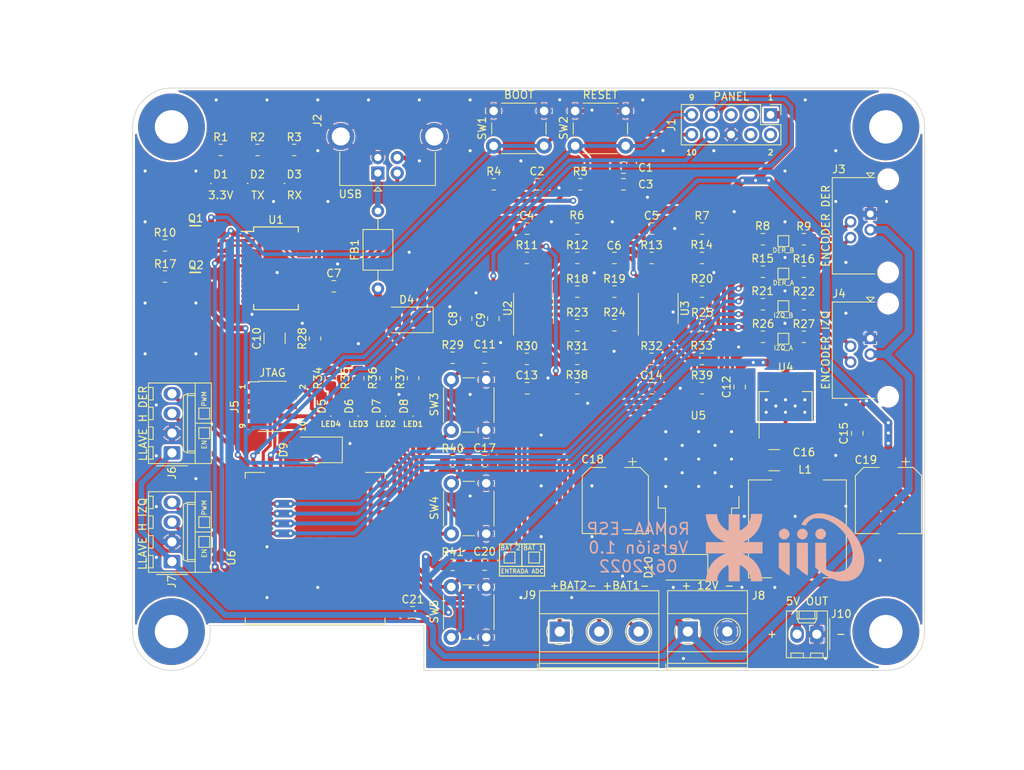
<source format=kicad_pcb>
(kicad_pcb (version 20211014) (generator pcbnew)
  (layers (0 "F.Cu" signal) (31 "B.Cu" signal) (34 "B.Paste" user) (35 "F.Paste" user) (36 "B.SilkS" user "B.Silkscreen") (37 "F.SilkS" user "F.Silkscreen") (38 "B.Mask" user) (39 "F.Mask" user) (44 "Edge.Cuts" user))
  (net 0 "")
  (net 1 "GND")
  (net 2 "3V3")
  (net 3 "5V")
  (net 4 "MED_BAT1")
  (net 5 "MED_BAT2")
  (net 6 "USB_D+")
  (net 7 "USB_D-")
  (net 8 "12V")
  (net 9 "RTS")
  (net 10 "EN")
  (net 11 "DTR")
  (net 12 "BOOT")
  (net 13 "JTAG_TDI")
  (net 14 "JTAG_TMS")
  (net 15 "JTAG_TCK")
  (net 16 "JTAG_TDO")
  (net 17 "LED_EXT1")
  (net 18 "LED_EXT2")
  (net 19 "PWM_IZQ")
  (net 20 "EN_MOT_IZQ")
  (net 21 "RXD0")
  (net 22 "TXD0")
  (net 23 "PWM_DER")
  (net 24 "EN_MOT_DER")
  (net 25 "VBUS")
  (net 26 "Net-(D1-Pad2)")
  (net 27 "LED1")
  (net 28 "Net-(D2-Pad2)")
  (net 29 "LED2")
  (net 30 "Net-(D3-Pad2)")
  (net 31 "LED3")
  (net 32 "LED4")
  (net 33 "Net-(FB1-Pad2)")
  (net 34 "PUL1")
  (net 35 "PUL2")
  (net 36 "PUL3")
  (net 37 "ENC_IZQ_A")
  (net 38 "ENC_IZQ_B")
  (net 39 "ENC_DER_A")
  (net 40 "ENC_DER_B")
  (net 41 "Net-(D6-Pad2)")
  (net 42 "Net-(D7-Pad2)")
  (net 43 "Net-(D5-Pad2)")
  (net 44 "Net-(Q1-Pad1)")
  (net 45 "Net-(Q2-Pad1)")
  (net 46 "Net-(D2-Pad1)")
  (net 47 "Net-(D3-Pad1)")
  (net 48 "Net-(D10-Pad1)")
  (net 49 "Net-(J9-Pad2)")
  (net 50 "Net-(U1-Pad28)")
  (net 51 "Net-(U1-Pad27)")
  (net 52 "Net-(U1-Pad14)")
  (net 53 "Net-(U1-Pad13)")
  (net 54 "Net-(U1-Pad12)")
  (net 55 "Net-(U1-Pad11)")
  (net 56 "Net-(U1-Pad10)")
  (net 57 "Net-(U1-Pad9)")
  (net 58 "Net-(U1-Pad6)")
  (net 59 "Net-(C5-Pad2)")
  (net 60 "Net-(C7-Pad1)")
  (net 61 "Net-(C14-Pad2)")
  (net 62 "Net-(D8-Pad2)")
  (net 63 "Net-(D9-Pad1)")
  (net 64 "Net-(J1-Pad5)")
  (net 65 "Net-(J1-Pad4)")
  (net 66 "Net-(J1-Pad3)")
  (net 67 "Net-(J1-Pad2)")
  (net 68 "Net-(J3-Pad4)")
  (net 69 "Net-(J3-Pad2)")
  (net 70 "Net-(J4-Pad4)")
  (net 71 "Net-(J4-Pad2)")
  (net 72 "Net-(J5-Pad7)")
  (net 73 "Net-(J9-Pad3)")
  (net 74 "Net-(J9-Pad1)")
  (net 75 "Net-(R12-Pad1)")
  (net 76 "Net-(R13-Pad2)")
  (net 77 "Net-(R11-Pad2)")
  (net 78 "Net-(R14-Pad2)")
  (net 79 "Net-(R18-Pad2)")
  (net 80 "Net-(R23-Pad2)")
  (net 81 "Net-(R23-Pad1)")
  (net 82 "Net-(R25-Pad1)")
  (net 83 "Net-(R28-Pad2)")
  (net 84 "Net-(R31-Pad1)")
  (net 85 "Net-(R33-Pad2)")
  (net 86 "Net-(U6-Pad17)")
  (net 87 "Net-(U6-Pad18)")
  (net 88 "Net-(U6-Pad19)")
  (net 89 "Net-(U6-Pad20)")
  (net 90 "Net-(U6-Pad21)")
  (net 91 "Net-(U6-Pad22)")
  (net 92 "Net-(U6-Pad32)")
  (footprint "Package_TO_SOT_SMD:SOT-223-3_TabPin2" (layer "F.Cu") (at 174.09 91 90)
    (fp_text reference "U4")
    (fp_text value "AMS1117-3.3")
  )
  (footprint "MountingHole:MountingHole_4.3mm_M4_Pad" (layer "F.Cu") (at 95 55)
    (fp_text reference "H1" hide)
    (fp_text value "MountingHole_4.3mm_M4_Pad")
  )
  (footprint "MountingHole:MountingHole_4.3mm_M4_Pad" (layer "F.Cu") (at 187 55)
    (fp_text reference "H2" hide)
    (fp_text value "MountingHole_4.3mm_M4_Pad")
  )
  (footprint "MountingHole:MountingHole_4.3mm_M4_Pad" (layer "F.Cu") (at 187 120)
    (fp_text reference "H4" hide)
    (fp_text value "MountingHole_4.3mm_M4_Pad")
  )
  (footprint "MountingHole:MountingHole_4.3mm_M4_Pad" (layer "F.Cu") (at 95 120)
    (fp_text reference "H3" hide)
    (fp_text value "MountingHole_4.3mm_M4_Pad")
  )
  (footprint "Package_SO:SSOP-28_5.3x10.2mm_P0.65mm" (layer "F.Cu") (at 108.458 73.2155)
    (fp_text reference "U1")
    (fp_text value "FT232RL")
  )
  (footprint "TerminalBlock_Phoenix:TerminalBlock_Phoenix_MKDS-1,5-3-5.08_1x03_P5.08mm_Horizontal" (layer "F.Cu") (at 145 120)
    (fp_text reference "J9")
    (fp_text value "Conn_01x03")
  )
  (footprint "Capacitor_SMD:C_0805_2012Metric_Pad1.18x1.45mm_HandSolder" (layer "F.Cu") (at 168.17 88.5 -90)
    (fp_text reference "C12")
    (fp_text value "22uF")
  )
  (footprint "Capacitor_SMD:C_0805_2012Metric_Pad1.18x1.45mm_HandSolder" (layer "F.Cu") (at 153.219166 62.4)
    (fp_text reference "C3")
    (fp_text value "100nF")
  )
  (footprint "Capacitor_SMD:C_0805_2012Metric_Pad1.18x1.45mm_HandSolder" (layer "F.Cu") (at 153.22 60.25)
    (fp_text reference "C1")
    (fp_text value "100nF")
  )
  (footprint "Capacitor_SMD:C_0805_2012Metric_Pad1.18x1.45mm_HandSolder" (layer "F.Cu") (at 132.95 79.7 90)
    (fp_text reference "C8")
    (fp_text value "10nF")
  )
  (footprint "LED_SMD:LED_0402_1005Metric_Pad0.77x0.64mm_HandSolder" (layer "F.Cu") (at 126.111 90.983 90)
    (fp_text reference "D8")
    (fp_text value "LED")
  )
  (footprint "LED_SMD:LED_0402_1005Metric_Pad0.77x0.64mm_HandSolder" (layer "F.Cu") (at 122.576166 90.983 90)
    (fp_text reference "D7")
    (fp_text value "LED")
  )
  (footprint "LED_SMD:LED_0402_1005Metric_Pad0.77x0.64mm_HandSolder" (layer "F.Cu") (at 119.041333 90.983 90)
    (fp_text reference "D6")
    (fp_text value "LED")
  )
  (footprint "LED_SMD:LED_0402_1005Metric_Pad0.77x0.64mm_HandSolder" (layer "F.Cu") (at 115.5065 90.983 90)
    (fp_text reference "D5")
    (fp_text value "LED")
  )
  (footprint "LED_SMD:LED_0402_1005Metric_Pad0.77x0.64mm_HandSolder" (layer "F.Cu") (at 106.07425 62.2935)
    (fp_text reference "D2")
    (fp_text value "LED")
  )
  (footprint "LED_SMD:LED_0402_1005Metric_Pad0.77x0.64mm_HandSolder" (layer "F.Cu") (at 110.8075 62.2935)
    (fp_text reference "D3")
    (fp_text value "LED")
  )
  (footprint "Resistor_SMD:R_0805_2012Metric_Pad1.20x1.40mm_HandSolder" (layer "F.Cu") (at 122.576166 87.3645 90)
    (fp_text reference "R36")
    (fp_text value "270")
  )
  (footprint "Resistor_SMD:R_0805_2012Metric_Pad1.20x1.40mm_HandSolder" (layer "F.Cu") (at 119.041333 87.3645 90)
    (fp_text reference "R35")
    (fp_text value "270")
  )
  (footprint "Resistor_SMD:R_0805_2012Metric_Pad1.20x1.40mm_HandSolder" (layer "F.Cu") (at 136.5125 62.4)
    (fp_text reference "R4")
    (fp_text value "10k")
  )
  (footprint "Resistor_SMD:R_0805_2012Metric_Pad1.20x1.40mm_HandSolder" (layer "F.Cu") (at 94.1578 70.27368 180)
    (fp_text reference "R10")
    (fp_text value "10k")
  )
  (footprint "Resistor_SMD:R_0805_2012Metric_Pad1.20x1.40mm_HandSolder" (layer "F.Cu") (at 176.4327 73.660133)
    (fp_text reference "R16")
    (fp_text value "27k")
  )
  (footprint "Resistor_SMD:R_0805_2012Metric_Pad1.20x1.40mm_HandSolder" (layer "F.Cu") (at 176.4327 69.471)
    (fp_text reference "R9")
    (fp_text value "27k")
  )
  (footprint "Resistor_SMD:R_0805_2012Metric_Pad1.20x1.40mm_HandSolder" (layer "F.Cu") (at 176.4327 82.0384)
    (fp_text reference "R27")
    (fp_text value "27k")
  )
  (footprint "Resistor_SMD:R_0805_2012Metric_Pad1.20x1.40mm_HandSolder" (layer "F.Cu") (at 176.4327 77.849266)
    (fp_text reference "R22")
    (fp_text value "27k")
  )
  (footprint "Resistor_SMD:R_0805_2012Metric_Pad1.20x1.40mm_HandSolder" (layer "F.Cu") (at 171.1711 69.471 180)
    (fp_text reference "R8")
    (fp_text value "10k")
  )
  (footprint "Resistor_SMD:R_0805_2012Metric_Pad1.20x1.40mm_HandSolder" (layer "F.Cu") (at 171.1711 77.849266 180)
    (fp_text reference "R21")
    (fp_text value "10k")
  )
  (footprint "Resistor_SMD:R_0805_2012Metric_Pad1.20x1.40mm_HandSolder" (layer "F.Cu") (at 171.1711 73.660133 180)
    (fp_text reference "R15")
    (fp_text value "10k")
  )
  (footprint "Resistor_SMD:R_0805_2012Metric_Pad1.20x1.40mm_HandSolder" (layer "F.Cu") (at 171.1711 82.0384 180)
    (fp_text reference "R26")
    (fp_text value "10k")
  )
  (footprint "Button_Switch_THT:SW_PUSH_6mm" (layer "F.Cu") (at 135.5344 87.56746 -90)
    (fp_text reference "SW3")
    (fp_text value "SW_Push")
  )
  (footprint "Button_Switch_THT:SW_PUSH_6mm" (layer "F.Cu") (at 135.5344 114.2365 -90)
    (fp_text reference "SW5")
    (fp_text value "SW_Push")
  )
  (footprint "Connector_PinHeader_2.54mm:PinHeader_2x05_P2.54mm_Vertical" (layer "F.Cu") (at 172.15 53.45 -90)
    (fp_text reference "J1")
    (fp_text value "Conn_02x05_Odd_Even")
  )
  (footprint "Connector_PinHeader_1.27mm:PinHeader_2x05_P1.27mm_Vertical_SMD" (layer "F.Cu") (at 108.008 91)
    (fp_text reference "J5")
    (fp_text value "Conn_02x05_Odd_Even")
  )
  (footprint "Espressif:ESP32-WROOM-32E-with-keep-area" (layer "F.Cu") (at 113.5 110.5 180)
    (fp_text reference "U6")
    (fp_text value "ESP32-WROOM-32E")
  )
  (footprint "Button_Switch_THT:SW_PUSH_6mm" (layer "F.Cu") (at 135.5344 100.90198 -90)
    (fp_text reference "SW4")
    (fp_text value "SW_Push")
  )
  (footprint "Resistor_SMD:R_0805_2012Metric_Pad1.20x1.40mm_HandSolder" (layer "F.Cu") (at 131.2144 111.40344)
    (fp_text reference "R41")
    (fp_text value "10k")
  )
  (footprint "Resistor_SMD:R_0805_2012Metric_Pad1.20x1.40mm_HandSolder" (layer "F.Cu") (at 131.2144 98.06892)
    (fp_text reference "R40")
    (fp_text value "10k")
  )
  (footprint "Resistor_SMD:R_0805_2012Metric_Pad1.20x1.40mm_HandSolder" (layer "F.Cu") (at 131.2144 84.7344)
    (fp_text reference "R29")
    (fp_text value "10k")
  )
  (footprint "Capacitor_SMD:C_0805_2012Metric_Pad1.18x1.45mm_HandSolder" (layer "F.Cu") (at 135.3312 111.379)
    (fp_text reference "C20")
    (fp_text value "100nF")
  )
  (footprint "Capacitor_SMD:C_0805_2012Metric_Pad1.18x1.45mm_HandSolder" (layer "F.Cu") (at 135.3312 84.709)
    (fp_text reference "C11")
    (fp_text value "100nF")
  )
  (footprint "Resistor_SMD:R_0805_2012Metric_Pad1.20x1.40mm_HandSolder" (layer "F.Cu") (at 126.111 87.3645 90)
    (fp_text reference "R37")
    (fp_text value "270")
  )
  (footprint "Resistor_SMD:R_0805_2012Metric_Pad1.20x1.40mm_HandSolder" (layer "F.Cu") (at 115.5065 87.3645 90)
    (fp_text reference "R34")
    (fp_text value "270")
  )
  (footprint "LED_SMD:LED_0402_1005Metric_Pad0.77x0.64mm_HandSolder" (layer "F.Cu") (at 101.341 62.2935)
    (fp_text reference "D1")
    (fp_text value "LED")
  )
  (footprint "Resistor_SMD:R_0805_2012Metric_Pad1.20x1.40mm_HandSolder" (layer "F.Cu") (at 106.07425 57.9755)
    (fp_text reference "R2")
    (fp_text value "270")
  )
  (footprint "Resistor_SMD:R_0805_2012Metric_Pad1.20x1.40mm_HandSolder" (layer "F.Cu") (at 101.341 57.9755)
    (fp_text reference "R1")
    (fp_text value "270")
  )
  (footprint "Resistor_SMD:R_0805_2012Metric_Pad1.20x1.40mm_HandSolder" (layer "F.Cu") (at 110.8075 57.9755)
    (fp_text reference "R3")
    (fp_text value "270")
  )
  (footprint "Resistor_SMD:R_0805_2012Metric_Pad1.20x1.40mm_HandSolder" (layer "F.Cu") (at 94.1578 74.27228 180)
    (fp_text reference "R17")
    (fp_text value "10k")
  )
  (footprint "Resistor_SMD:R_0805_2012Metric_Pad1.20x1.40mm_HandSolder" (layer "F.Cu") (at 113.4898 82.2687 -90)
    (fp_text reference "R28")
    (fp_text value "1k")
  )
  (footprint "Capacitor_SMD:C_0805_2012Metric_Pad1.18x1.45mm_HandSolder" (layer "F.Cu") (at 115.9104 75.5396)
    (fp_text reference "C7")
    (fp_text value "100nF")
  )
  (footprint "Connector_USB:USB_B_OST_USB-B1HSxx_Horizontal" (layer "F.Cu") (at 121.5748 60.9492 90)
    (fp_text reference "J2")
    (fp_text value "USB_B")
  )
  (footprint "Inductor_THT:L_Axial_L5.0mm_D3.6mm_P10.00mm_Horizontal_Murata_BL01RN1A2A2" (layer "F.Cu") (at 121.5898 75.8317 90)
    (fp_text reference "FB1")
    (fp_text value "Ferrite_Bead")
  )
  (footprint "Button_Switch_THT:SW_PUSH_6mm" (layer "F.Cu") (at 146.9892 52.9492)
    (fp_text reference "SW2")
    (fp_text value "SW_Push")
  )
  (footprint "Button_Switch_THT:SW_PUSH_6mm" (layer "F.Cu") (at 136.4892 52.9492)
    (fp_text reference "SW1")
    (fp_text value "SW_Push")
  )
  (footprint "Capacitor_SMD:C_0805_2012Metric_Pad1.18x1.45mm_HandSolder" (layer "F.Cu") (at 135.3312 98.044)
    (fp_text reference "C17")
    (fp_text value "100nF")
  )
  (footprint "Capacitor_SMD:C_1210_3225Metric" (layer "F.Cu") (at 172.63618 97.92716 180)
    (fp_text reference "C16")
    (fp_text value "22uF")
  )
  (footprint "Connector_Molex:Molex_KK-254_AE-6410-04A_1x04_P2.54mm_Vertical" (layer "F.Cu") (at 95.0668 110.985 90)
    (fp_text reference "J7")
    (fp_text value "Conn_01x04")
  )
  (footprint "Resistor_SMD:R_0805_2012Metric_Pad1.20x1.40mm_HandSolder" (layer "F.Cu") (at 147.650276 62.4)
    (fp_text reference "R5")
    (fp_text value "10k")
  )
  (footprint "Capacitor_SMD:C_0805_2012Metric_Pad1.18x1.45mm_HandSolder" (layer "F.Cu") (at 142.081388 62.4)
    (fp_text reference "C2")
    (fp_text value "100nF")
  )
  (footprint "Capacitor_SMD:C_0805_2012Metric_Pad1.18x1.45mm_HandSolder" (layer "F.Cu") (at 183.32 94.4675 -90)
    (fp_text reference "C15")
    (fp_text value "100nF")
  )
  (footprint "Capacitor_SMD:CP_Elec_8x11.9" (layer "F.Cu") (at 152.16 103.12 -90)
    (fp_text reference "C18")
    (fp_text value "680uF")
  )
  (footprint "Capacitor_SMD:CP_Elec_8x11.9" (layer "F.Cu") (at 187.34 103.12 -90)
    (fp_text reference "C19")
    (fp_text value "220uF")
  )
  (footprint "Capacitor_SMD:C_0805_2012Metric_Pad1.18x1.45mm_HandSolder" (layer "F.Cu") (at 156.8625 88.66 180)
    (fp_text reference "C14")
    (fp_text value "100nF")
  )
  (footprint "Capacitor_SMD:C_0805_2012Metric_Pad1.18x1.45mm_HandSolder" (layer "F.Cu") (at 140.8 88.66 180)
    (fp_text reference "C13")
    (fp_text value "100nF")
  )
  (footprint "Diode_SMD:D_SMA" (layer "F.Cu") (at 160.67 111.72 180)
    (fp_text reference "D10")
    (fp_text value "1N5824")
  )
  (footprint "Inductor_SMD:L_12x12mm_H8mm" (layer "F.Cu") (at 175.61 106.77 90)
    (fp_text reference "L1")
    (fp_text value "33uH")
  )
  (footprint "Resistor_SMD:R_0805_2012Metric_Pad1.20x1.40mm_HandSolder" (layer "F.Cu") (at 163.32 84.88 180)
    (fp_text reference "R33")
    (fp_text value "2.2k")
  )
  (footprint "Resistor_SMD:R_0805_2012Metric_Pad1.20x1.40mm_HandSolder" (layer "F.Cu") (at 156.8325 84.88)
    (fp_text reference "R32")
    (fp_text value "2.2k")
  )
  (footprint "Resistor_SMD:R_0805_2012Metric_Pad1.20x1.40mm_HandSolder" (layer "F.Cu") (at 147.2575 84.88)
    (fp_text reference "R31")
    (fp_text value "2k")
  )
  (footprint "Resistor_SMD:R_0805_2012Metric_Pad1.20x1.40mm_HandSolder" (layer "F.Cu") (at 147.2575 80.549166)
    (fp_text reference "R23")
    (fp_text value "2.2k")
  )
  (footprint "Resistor_SMD:R_0805_2012Metric_Pad1.20x1.40mm_HandSolder" (layer "F.Cu") (at 147.2575 88.66 180)
    (fp_text reference "R38")
    (fp_text value "10k")
  )
  (footprint "Resistor_SMD:R_0805_2012Metric_Pad1.20x1.40mm_HandSolder" (layer "F.Cu") (at 140.77 84.88)
    (fp_text reference "R30")
    (fp_text value "1k")
  )
  (footprint "Package_TO_SOT_SMD:TO-263-5_TabPin3" (layer "F.Cu") (at 162.88 101.15 90)
    (fp_text reference "U5")
    (fp_text value "LM2596S-5")
  )
  (footprint "Package_SO:SOIC-8_3.9x4.9mm_P1.27mm" (layer "F.Cu") (at 157.6825 78.38 90)
    (fp_text reference "U3")
    (fp_text value "MCP6002-xSN")
  )
  (footprint "Package_SO:SOIC-8_3.9x4.9mm_P1.27mm" (layer "F.Cu") (at 141.62 78.38 90)
    (fp_text reference "U2")
    (fp_text value "MCP6002-xSN")
  )
  (footprint "Connector_Molex:Molex_KK-254_AE-6410-04A_1x04_P2.54mm_Vertical" (layer "F.Cu") (at 95.0668 96.985 90)
    (fp_text reference "J6")
    (fp_text value "Conn_01x04")
  )
  (footprint "Resistor_SMD:R_0805_2012Metric_Pad1.20x1.40mm_HandSolder" (layer "F.Cu") (at 163.32 80.549166)
    (fp_text reference "R25")
    (fp_text value "10k")
  )
  (footprint "Resistor_SMD:R_0805_2012Metric_Pad1.20x1.40mm_HandSolder" (layer "F.Cu") (at 163.32 88.66)
    (fp_text reference "R39")
    (fp_text value "10k")
  )
  (footprint "Resistor_SMD:R_0805_2012Metric_Pad1.20x1.40mm_HandSolder" (layer "F.Cu") (at 163.32 76.218333)
    (fp_text reference "R20")
    (fp_text value "10k")
  )
  (footprint "Capacitor_SMD:C_0805_2012Metric_Pad1.18x1.45mm_HandSolder" (layer "F.Cu") (at 140.8 68.1 180)
    (fp_text reference "C4")
    (fp_text value "100nF")
  )
  (footprint "Resistor_SMD:R_0805_2012Metric_Pad1.20x1.40mm_HandSolder" (layer "F.Cu") (at 163.32 71.8875 180)
    (fp_text reference "R14")
    (fp_text value "2.2k")
  )
  (footprint "Resistor_SMD:R_0805_2012Metric_Pad1.20x1.40mm_HandSolder" (layer "F.Cu") (at 163.32 68.1)
    (fp_text reference "R7")
    (fp_text value "10k")
  )
  (footprint "Resistor_SMD:R_0805_2012Metric_Pad1.20x1.40mm_HandSolder" (layer "F.Cu") (at 156.8325 71.8875)
    (fp_text reference "R13")
    (fp_text value "2.2k")
  )
  (footprint "Resistor_SMD:R_0805_2012Metric_Pad1.20x1.40mm_HandSolder" (layer "F.Cu") (at 147.2575 68.1 180)
    (fp_text reference "R6")
    (fp_text value "10k")
  )
  (footprint "Resistor_SMD:R_0805_2012Metric_Pad1.20x1.40mm_HandSolder" (layer "F.Cu") (at 140.77 71.8875)
    (fp_text reference "R11")
    (fp_text value "1k")
  )
  (footprint "Resistor_SMD:R_0805_2012Metric_Pad1.20x1.40mm_HandSolder" (layer "F.Cu") (at 147.2575 76.218333)
    (fp_text reference "R18")
    (fp_text value "2.2k")
  )
  (footprint "Capacitor_SMD:C_0805_2012Metric_Pad1.18x1.45mm_HandSolder" (layer "F.Cu") (at 156.8625 68.1 180)
    (fp_text reference "C5")
    (fp_text value "100nF")
  )
  (footprint "Connector_Molex:Molex_KK-254_AE-6410-02A_1x02_P2.54mm_Vertical" (layer "F.Cu") (at 178.11 120.34 180)
    (fp_text reference "J10")
    (fp_text value "Conn_01x02")
  )
  (footprint "TerminalBlock_Phoenix:TerminalBlock_Phoenix_MKDS-1,5-2-5.08_1x02_P5.08mm_Horizontal" (layer "F.Cu") (at 161.5 119.99)
    (fp_text reference "J8")
    (fp_text value "Conn_01x02")
  )
  (footprint "Connector_RJ:RJ14_Connfly_DS1133-S4_Horizontal" (layer "F.Cu") (at 185 66.21 -90)
    (fp_text reference "J3")
    (fp_text value "RJ14")
  )
  (footprint "Connector_RJ:RJ14_Connfly_DS1133-S4_Horizontal" (layer "F.Cu") (at 185 82.23 -90)
    (fp_text reference "J4")
    (fp_text value "RJ14")
  )
  (footprint "Capacitor_SMD:C_0805_2012Metric_Pad1.18x1.45mm_HandSolder" (layer "F.Cu") (at 126.0602 117.51564 180)
    (fp_text reference "C21")
    (fp_text value "100nF")
  )
  (footprint "Capacitor_SMD:C_1210_3225Metric" (layer "F.Cu") (at 108.2802 82.24012 90)
    (fp_text reference "C10")
    (fp_text value "4.7uF")
  )
  (footprint "Capacitor_SMD:C_0805_2012Metric_Pad1.18x1.45mm_HandSolder" (layer "F.Cu") (at 136.4537 79.7 -90)
    (fp_text reference "C9")
    (fp_text value "100nF")
  )
  (footprint "TestPoint:TestPoint_Pad_1.0x1.0mm" (layer "F.Cu") (at 173.80204 73.905533)
    (fp_text reference "TP2" hide)
    (fp_text value "TestPoint_Probe")
  )
  (footprint "TestPoint:TestPoint_Pad_1.0x1.0mm" (layer "F.Cu") (at 173.80204 69.71538)
    (fp_text reference "TP1" hide)
    (fp_text value "TestPoint_Probe")
  )
  (footprint "TestPoint:TestPoint_Pad_1.0x1.0mm" (layer "F.Cu") (at 138.53922 110.46206)
    (fp_text reference "TP9" hide)
    (fp_text value "TestPoint_Probe")
  )
  (footprint "TestPoint:TestPoint_Pad_1.0x1.0mm" (layer "F.Cu") (at 173.80204 82.28584)
    (fp_text reference "TP4" hide)
    (fp_text value "TestPoint_Probe")
  )
  (footprint "TestPoint:TestPoint_Pad_1.0x1.0mm" (layer "F.Cu") (at 173.80204 78.095686)
    (fp_text reference "TP3" hide)
    (fp_text value "TestPoint_Probe")
  )
  (footprint "TestPoint:TestPoint_Pad_1.0x1.0mm" (layer "F.Cu") (at 141.71168 110.46206)
    (fp_text reference "TP10" hide)
    (fp_text value "TestPoint_Probe")
  )
  (footprint "TestPoint:TestPoint_Pad_1.0x1.0mm" (layer "F.Cu") (at 99.22256 94.445 -90)
    (fp_text reference "TP6" hide)
    (fp_text value "TestPoint_Probe")
  )
  (footprint "TestPoint:TestPoint_Pad_1.0x1.0mm" (layer "F.Cu") (at 99.22256 108.445 -90)
    (fp_text reference "TP8" hide)
    (fp_text value "TestPoint_Probe")
  )
  (footprint "TestPoint:TestPoint_Pad_1.0x1.0mm" (layer "F.Cu") (at 99.22256 91.905 -90)
    (fp_text reference "TP5" hide)
    (fp_text value "TestPoint_Probe")
  )
  (footprint "TestPoint:TestPoint_Pad_1.0x1.0mm" (layer "F.Cu") (at 99.22256 105.905 -90)
    (fp_text reference "TP7" hide)
    (fp_text value "TestPoint_Probe")
  )
  (footprint "Resistor_SMD:R_0805_2012Metric_Pad1.20x1.40mm_HandSolder" (layer "F.Cu") (at 152.045 80.549166)
    (fp_text reference "R24")
    (fp_text value "300")
  )
  (footprint "Resistor_SMD:R_0805_2012Metric_Pad1.20x1.40mm_HandSolder" (layer "F.Cu") (at 152.045 76.218333)
    (fp_text reference "R19")
    (fp_text value "300")
  )
  (footprint "Resistor_SMD:R_0805_2012Metric_Pad1.20x1.40mm_HandSolder" (layer "F.Cu") (at 147.2575 71.8875)
    (fp_text reference "R12")
    (fp_text value "2k")
  )
  (footprint "Capacitor_SMD:C_0805_2012Metric_Pad1.18x1.45mm_HandSolder" (layer "F.Cu") (at 152.045 71.8875 180)
    (fp_text reference "C6")
    (fp_text value "100nF")
  )
  (footprint "proyecto_esp:SOT96P237X122-3N" (layer "F.Cu") (at 99.04984 75.28052)
    (fp_text reference "Q2")
    (fp_text value "MMS8050-H-TP" hide)
  )
  (footprint "proyecto_esp:SOT96P237X122-3N" (layer "F.Cu") (at 99.04984 69.2658)
    (fp_text reference "Q1")
    (fp_text value "MMS8050-H-TP" hide)
  )
  (footprint "Diode_SMD:D_SMA" (layer "F.Cu") (at 113.6 96.6 180)
    (fp_text reference "D9")
    (fp_text value "D")
  )
  (footprint "Diode_SMD:D_SMA" (layer "F.Cu") (at 125.3003 79.8576 180)
    (fp_text reference "D4")
    (fp_text value "SS34")
  )
  (footprint "proyecto_esp:logo_utn" (layer "B.Cu") (at 167.48442 109.17174 180)
    (fp_text reference "G***" hide)
    (fp_text value "LOGO" hide)
  )
  (footprint "proyecto_esp:logo_ciii" (layer "B.Cu") (at 178.7144 109.15396 180)
    (fp_text reference "G***" hide)
    (fp_text value "LOGO" hide)
  )
  (gr_line (start 100.1395 98.36404) (end 98.04908 98.36404) (layer "F.SilkS") (width 0.12))
  (gr_line (start 100.13696 107.1753) (end 98.06432 107.1753) (layer "F.SilkS") (width 0.12))
  (gr_line (start 100.1395 101.98608) (end 100.1395 112.36452) (layer "F.SilkS") (width 0.12))
  (gr_line (start 98.04908 101.98608) (end 100.1395 101.98608) (layer "F.SilkS") (width 0.12))
  (gr_line (start 100.1395 112.36452) (end 98.04908 112.36452) (layer "F.SilkS") (width 0.12))
  (gr_line (start 98.04908 87.9856) (end 100.1395 87.9856) (layer "F.SilkS") (width 0.12))
  (gr_line (start 100.1395 87.9856) (end 100.1395 98.36404) (layer "F.SilkS") (width 0.12))
  (gr_line (start 137.24636 108.71708) (end 137.24636 112.84458) (layer "F.SilkS") (width 0.15))
  (gr_line (start 137.24636 112.84458) (end 143.04772 112.84458) (layer "F.SilkS") (width 0.15))
  (gr_line (start 100.13696 93.17482) (end 98.06432 93.17482) (layer "F.SilkS") (width 0.12))
  (gr_line (start 137.24636 108.71708) (end 143.04772 108.71708) (layer "F.SilkS") (width 0.15))
  (gr_line (start 140.12926 108.74756) (end 140.12926 111.60252) (layer "F.SilkS") (width 0.15))
  (gr_line (start 143.04772 112.84458) (end 143.04772 108.71708) (layer "F.SilkS") (width 0.15))
  (gr_line (start 137.2489 111.60252) (end 143.0401 111.60252) (layer "F.SilkS") (width 0.15))
  (gr_line (start 90 55) (end 90 120) (layer "Edge.Cuts") (width 0.1))
  (gr_line (start 192 120) (end 192 55) (layer "Edge.Cuts") (width 0.1))
  (gr_line (start 187 50) (end 95 50) (layer "Edge.Cuts") (width 0.1))
  (gr_line (start 127.50292 125) (end 187 125) (layer "Edge.Cuts") (width 0.1))
  (gr_line (start 99.93376 119.2022) (end 127.50292 119.2022) (layer "Edge.Cuts") (width 0.1))
  (gr_line (start 127.50292 125) (end 127.50292 119.2022) (layer "Edge.Cuts") (width 0.1))
  (gr_line (start 95 125) (end 94.996001 124.998479) (layer "Edge.Cuts") (width 0.1))
  (gr_arc (start 95 125) (mid 91.464466 123.535534) (end 90 120) (layer "Edge.Cuts") (width 0.1))
  (gr_arc (start 99.934386 119.202099) (mid 98.804824 123.241624) (end 94.996001 124.998479) (layer "Edge.Cuts") (width 0.1))
  (gr_arc (start 192 120) (mid 190.535534 123.535534) (end 187 125) (layer "Edge.Cuts") (width 0.1))
  (gr_arc (start 90 55) (mid 91.464466 51.464466) (end 95 50) (layer "Edge.Cuts") (width 0.1))
  (gr_arc (start 187 50) (mid 190.535534 51.464466) (end 192 55) (layer "Edge.Cuts") (width 0.1))
  (gr_text "RoMAA-ESP\nVersión 1.0\n06/2022" (at 155.11272 109.19206) (layer "B.SilkS") (effects (font (size 1.5 1.5) (thickness 0.2)) (justify mirror)))
  (gr_text "9" (at 104.1527 93.51772 90) (layer "F.SilkS") (effects (font (size 0.7 0.7))))
  (gr_text "1" (at 104.14762 88.4555 90) (layer "F.SilkS") (effects (font (size 0.7 0.7))))
  (gr_text "2" (at 111.8997 88.48598 90) (layer "F.SilkS") (effects (font (size 0.7 0.7))))
  (gr_text "10" (at 111.90478 93.5482 90) (layer "F.SilkS") (effects (font (size 0.7 0.7))))
  (gr_text "2" (at 172.15358 58.29554) (layer "F.SilkS") (effects (font (size 0.7 0.7))))
  (gr_text "LED1" (at 126.10846 93.27414) (layer "F.SilkS") (effects (font (size 0.7 0.7))))
  (gr_text "RX" (at 110.8329 63.8088) (layer "F.SilkS") (effects (font (size 1 1))))
  (gr_text "USB" (at 118.0338 63.6524) (layer "F.SilkS") (effects (font (size 1 1))))
  (gr_text "TX" (at 106.11866 63.80372) (layer "F.SilkS") (effects (font (size 1 1))))
  (gr_text "10" (at 161.97834 58.29808) (layer "F.SilkS") (effects (font (size 0.7 0.7))))
  (gr_text "5V OUT" (at 176.85 116.09) (layer "F.SilkS") (effects (font (size 1 1))))
  (gr_text "RESET" (at 150.23084 50.88128) (layer "F.SilkS") (effects (font (size 1 1))))
  (gr_text "3.3V" (at 101.34854 63.80372) (layer "F.SilkS") (effects (font (size 1 1))))
  (gr_text "LED2" (at 122.57786 93.27414) (layer "F.SilkS") (effects (font (size 0.7 0.7))))
  (gr_text "+BAT2- +BAT1-" (at 150.1394 114.07394) (layer "F.SilkS") (effects (font (size 1 1))))
  (gr_text "+          -" (at 176.77 120.29) (layer "F.SilkS") (effects (font (size 1 1))))
  (gr_text "ENCODER IZQ" (at 179.25288 83.75396 90) (layer "F.SilkS") (effects (font (size 1 1))))
  (gr_text "LED3" (at 119.0752 93.27414) (layer "F.SilkS") (effects (font (size 0.7 0.7))))
  (gr_text "BOOT" (at 139.7508 50.8762) (layer "F.SilkS") (effects (font (size 1 1))))
  (gr_text "JTAG" (at 108.0135 86.66988) (layer "F.SilkS") (effects (font (size 1 1))))
  (gr_text "ENCODER DER" (at 179.26304 67.75704 90) (layer "F.SilkS") (effects (font (size 1 1))))
  (gr_text "9" (at 161.97834 51.22164) (layer "F.SilkS") (effects (font (size 0.7 0.7))))
  (gr_text "LLAVE H IZQ" (at 91.27744 107.4166 90) (layer "F.SilkS") (effects (font (size 1 1))))
  (gr_text "1" (at 172.18406 51.22164) (layer "F.SilkS") (effects (font (size 0.7 0.7))))
  (gr_text "PANEL" (at 167.09644 51.09464) (layer "F.SilkS") (effects (font (size 1 1))))
  (gr_text "+ 12V -" (at 164.06876 114.06632) (layer "F.SilkS") (effects (font (size 1 1))))
  (gr_text "LLAVE H DER" (at 91.33078 93.18752 90) (layer "F.SilkS") (effects (font (size 1 1))))
  (gr_text "LED4" (at 115.52428 93.26906) (layer "F.SilkS") (effects (font (size 0.7 0.7))))
  (gr_text "ENTRADA ADC" (at 140.17244 112.22736) (layer "F.SilkS") (effects (font (size 0.55 0.55) (thickness 0.1))))
  (segment (start 134.21132 76.38008) (end 132.95 77.6414) (width 0.5) (layer "F.Cu") (net 1))
  (segment (start 93.046388 85.6708) (end 91.603668 84.22808) (width 0.5) (layer "F.Cu") (net 1))
  (segment (start 155.51132 62.4) (end 154.256666 62.4) (width 0.5) (layer "F.Cu") (net 1))
  (segment (start 168.03624 82.85988) (end 168.85772 82.0384) (width 0.5) (layer "F.Cu") (net 1))
  (segment (start 136.3687 98.044) (end 136.3687 94.90176) (width 0.5) (layer "F.Cu") (net 1))
  (segment (start 174.01032 71.82104) (end 172.010194 71.82104) (width 0.5) (layer "F.Cu") (net 1))
  (segment (start 104.858 72.8905) (end 102.7595 72.8905) (width 0.3) (layer "F.Cu") (net 1))
  (segment (start 162.2 82.9) (end 163.75 82.9) (width 0.5) (layer "F.Cu") (net 1))
  (segment (start 143.118888 62.4) (end 144.4674 62.4) (width 0.5) (layer "F.Cu") (net 1))
  (segment (start 115.147668 62.728532) (end 115.147668 64.60808) (width 0.5) (layer "F.Cu") (net 1))
  (segment (start 93.046388 110.44142) (end 93.046388 108.94536) (width 0.5) (layer "F.Cu") (net 1))
  (segment (start 125.01706 117.51) (end 125.0227 117.51564) (width 0.5) (layer "F.Cu") (net 1))
  (segment (start 180.547668 97.30808) (end 182.80312 97.30808) (width 0.5) (layer "F.Cu") (net 1))
  (segment (start 136.3687 100.06768) (end 135.5344 100.90198) (width 0.5) (layer "F.Cu") (net 1))
  (segment (start 106.058 89.73) (end 106.058 91) (width 0.5) (layer "F.Cu") (net 1))
  (segment (start 164.851668 58.06808) (end 166.3206 58.06808) (width 0.5) (layer "F.Cu") (net 1))
  (segment (start 93.046388 108.94536) (end 93.546748 108.445) (width 0.5) (layer "F.Cu") (net 1))
  (segment (start 182.80312 97.30808) (end 183.32 96.7912) (width 0.5) (layer "F.Cu") (net 1))
  (segment (start 150.332748 106.595) (end 149.155668 107.77208) (width 0.5) (layer "F.Cu") (net 1))
  (segment (start 103.4968 93.54) (end 100.84188 90.88508) (width 0.5) (layer "F.Cu") (net 1))
  (segment (start 167.12353 94.25768) (end 168.17 93.21121) (width 0.25) (layer "F.Cu") (net 1))
  (segment (start 93.046388 103.90142) (end 93.046388 107.94464) (width 0.5) (layer "F.Cu") (net 1))
  (segment (start 131.50342 77.5208) (end 132.8294 77.5208) (width 0.5) (layer "F.Cu") (net 1))
  (segment (start 115.7243 72.6567) (end 114.8405 73.5405) (width 0.5) (layer "F.Cu") (net 1))
  (segment (start 108.2802 80.76512) (end 108.2802 74.091548) (width 0.5) (layer "F.Cu") (net 1))
  (segment (start 162.88 106.925) (end 162.88 109.78892) (width 0.5) (layer "F.Cu") (net 1))
  (segment (start 167.26591 97.92716) (end 167.12353 97.78478) (width 0.25) (layer "F.Cu") (net 1))
  (segment (start 164.32 71.8875) (end 164.32 73.232412) (width 0.5) (layer "F.Cu") (net 1))
  (segment (start 103.57104 79.06512) (end 102.7595 78.25358) (width 0.5) (layer "F.Cu") (net 1))
  (segment (start 112.058 70.2905) (end 110.7396 70.2905) (width 0.3) (layer "F.Cu") (net 1))
  (segment (start 108.2802 74.091548) (end 108.607668 73.76408) (width 0.5) (layer "F.Cu") (net 1))
  (segment (start 187.34 106.595) (end 187.34 109.7384) (width 0.5) (layer "F.Cu") (net 1))
  (segment (start 133.459668 91.992728) (end 133.459668 89.46008) (width 0.5) (layer "F.Cu") (net 1))
  (segment (start 138.56716 51.04384) (end 133.943908 51.04384) (width 0.5) (layer "F.Cu") (net 1))
  (segment (start 143.923668 67.429732) (end 143.2534 68.1) (width 0.5) (layer "F.Cu") (net 1))
  (segment (start 168.17 92.818) (end 169.502 94.15) (width 0.25) (layer "F.Cu") (net 1))
  (segment (start 171.310063 76.710303) (end 170.1711 77.849266) (width 0.5) (layer "F.Cu") (net 1))
  (segment (start 132.95 77.6414) (end 132.95 78.6625) (width 0.5) (layer "F.Cu") (net 1))
  (segment (start 151.0075 71.8875) (end 149.9125 71.8875) (width 0.5) (layer "F.Cu") (net 1))
  (segment (start 118.4848 54.5592) (end 123.888548 54.5592) (width 0.5) (layer "F.Cu") (net 1))
  (segment (start 128.8448 56.2392) (end 128.8448 56.26176) (width 0.5) (layer "F.Cu") (net 1))
  (segment (start 107.299668 51.52808) (end 113.839668 51.52808) (width 0.5) (layer "F.Cu") (net 1))
  (segment (start 133.459668 113.413092) (end 133.459668 114.31208) (width 0.5) (layer "F.Cu") (net 1))
  (segment (start 112.058 75.4905) (end 113.4595 75.4905) (width 0.25) (layer "F.Cu") (net 1))
  (segment (start 154.91032 51.52808) (end 153.4892 52.9492) (width 0.5) (layer "F.Cu") (net 1))
  (segment (start 156.29636 63.18504) (end 155.51132 62.4) (width 0.5) (layer "F.Cu") (net 1))
  (segment (start 139.999668 52.476348) (end 138.56716 51.04384) (width 0.5) (layer "F.Cu") (net 1))
  (segment (start 133.943908 51.04384) (end 133.459668 51.52808) (width 0.5) (layer "F.Cu") (net 1))
  (segment (start 166.58 119.99) (end 169.5704 116.9996) (width 0.5) (layer "F.Cu") (net 1))
  (segment (start 149.45 72.35) (end 149.45 73.8) (width 0.5) (layer "F.Cu") (net 1))
  (segment (start 185 80.92604) (end 183.07004 78.99608) (width 0.5) (layer "F.Cu") (net 1))
  (segment (start 93.046388 100.902932) (end 93.64472 100.3046) (width 0.5) (layer "F.Cu") (net 1))
  (segment (start 177.931668 60.68408) (end 180.547668 58.06808) (width 0.5) (layer "F.Cu") (net 1))
  (segment (start 155.695668 51.52808) (end 154.91032 51.52808) (width 0.5) (layer "F.Cu") (net 1))
  (segment (start 176.623668 64.60808) (end 174.007668 67.22408) (width 0.5) (layer "F.Cu") (net 1))
  (segment (start 106.10144 117.51) (end 104.75 117.51) (width 0.5) (layer "F.Cu") (net 1))
  (segment (start 109.05 68.4075) (end 109.05 68.19882) (width 0.5) (layer "F.Cu") (net 1))
  (segment (start 171.16118 97.92716) (end 167.26591 97.92716) (width 0.25) (layer "F.Cu") (net 1))
  (segment (start 153.4892 52.9492) (end 149.268788 52.9492) (width 0.5) (layer "F.Cu") (net 1))
  (segment (start 168.17 90.7322) (end 168.17 92.818) (width 0.25) (layer "F.Cu") (net 1))
  (segment (start 106.058 93.54) (end 103.4968 93.54) (width 0.5) (layer "F.Cu") (net 1))
  (segment (start 135.5344 114.2365) (end 134.08533 112.78743) (width 0.5) (layer "F.Cu") (net 1))
  (segment (start 159.8 68.09232) (end 157.90768 68.09232) (width 0.5) (layer "F.Cu") (net 1))
  (segment (start 168.775668 105.584972) (end 167.43564 106.925) (width 0.5) (layer "F.Cu") (net 1))
  (segment (start 112.058 73.5405) (end 114.8405 73.5405) (width 0.3) (layer "F.Cu") (net 1))
  (segment (start 146.9892 52.9492) (end 149.042548 52.9492) (width 0.5) (layer "F.Cu") (net 1))
  (segment (start 98.143668 60.68408) (end 99.753088 62.2935) (width 0.5) (layer "F.Cu") (net 1))
  (segment (start 176.623668 51.52808) (end 176.623668 54.14408) (width 0.5) (layer "F.Cu") (net 1))
  (segment (start 151.771668 67.714812) (end 151.38648 68.1) (width 0.5) (layer "F.Cu") (net 1))
  (segment (start 164.851668 58.06808) (end 158.311668 58.06808) (width 0.5) (layer "F.Cu") (net 1))
  (segment (start 102.7595 78.25358) (end 102.7595 72.8905) (width 0.5) (layer "F.Cu") (net 1))
  (segment (start 170.1711 73.660133) (end 171.820267 72.010967) (width 0.5) (layer "F.Cu") (net 1))
  (segment (start 143.525 80.855) (end 144.305 80.855) (width 0.5) (layer "F.Cu") (net 1))
  (segment (start 136.4892 52.9492) (end 138.39456 51.04384) (width 0.5) (layer "F.Cu") (net 1))
  (segment (start 133.459668 51.52808) (end 135.06808 51.52808) (width 0.5) (layer "F.Cu") (net 1))
  (segment (start 159.619668 114.31208) (end 158.67 113.362412) (width 0.5) (layer "F.Cu") (net 1))
  (segment (start 136.4537 80.7375) (end 136.4537 81.853564) (width 0.5) (layer "F.Cu") (net 1))
  (segment (start 168.775668 105.15608) (end 168.775668 105.584972) (width 0.5) (layer "F.Cu") (net 1))
  (segment (start 170.1711 68.619512) (end 167.467668 65.91608) (width 0.5) (layer "F.Cu") (net 1))
  (segment (start 93.046388 94.956792) (end 93.55818 94.445) (width 0.5) (layer "F.Cu") (net 1))
  (segment (start 183.32 96.7912) (end 183.32 95.505) (width 0.5) (layer "F.Cu") (net 1))
  (segment (start 185 65.1646) (end 185.55652 64.60808) (width 0.5) (layer "F.Cu") (net 1))
  (segment (start 168.4655 114.3) (end 172.687588 114.3) (width 0.5) (layer "F.Cu") (net 1))
  (segment (start 143.118888 60.660328) (end 143.118888 62.4) (width 0.5) (layer "F.Cu") (net 1))
  (segment (start 133.55592 51.52808) (end 128.8448 56.2392) (width 0.5) (layer "F.Cu") (net 1))
  (segment (start 157.9 88.66) (end 160.51152 88.66) (width 0.5) (layer "F.Cu") (net 1))
  (segment (start 174.007668 67.22408) (end 168.775668 67.22408) (width 0.5) (layer "F.Cu") (net 1))
  (segment (start 142.19428 87.3506) (end 141.8375 87.70738) (width 0.5) (layer "F.Cu") (net 1))
  (segment (start 181.855668 103.84808) (end 183.03512 103.84808) (width 0.5) (layer "F.Cu") (net 1))
  (segment (start 159.5875 78.8625) (end 159.6 78.85) (width 0.5) (layer "F.Cu") (net 1))
  (segment (start 163.10192 123.46808) (end 166.58 119.99) (width 0.5) (layer "F.Cu") (net 1))
  (segment (start 95.0668 108.445) (end 93.546748 108.445) (width 0.5) (layer "F.Cu") (net 1))
  (segment (start 159.5875 80.855) (end 159.5875 78.8625) (width 0.5) (layer "F.Cu") (net 1))
  (segment (start 135.352288 87.56746) (end 133.459668 89.46008) (width 0.5) (layer "F.Cu") (net 1))
  (segment (start 180.547668 92.07608) (end 181.855668 90.76808) (width 0.5) (layer "F.Cu") (net 1))
  (segment (start 151.771668 67.22408) (end 151.771668 67.714812) (width 0.5) (layer "F.Cu") (net 1))
  (segment (start 93.046388 93.933208) (end 93.55818 94.445) (width 0.5) (layer "F.Cu") (net 1))
  (segment (start 167.43564 106.925) (end 166.28 106.925) (width 0.5) (layer "F.Cu") (net 1))
  (segment (start 93.046388 107.94464) (end 93.546748 108.445) (width 0.5) (layer "F.Cu") (net 1))
  (segment (start 100.84188 90.88508) (end 100.84188 86.21388) (width 0.5) (layer "F.Cu") (net 1))
  (segment (start 160.927668 123.46808) (end 163.10192 123.46808) (width 0.5) (layer "F.Cu") (net 1))
  (segment (start 185 82.23) (end 185 80.92604) (width 0.5) (layer "F.Cu") (net 1))
  (segment (start 93.046388 99.706268) (end 93.64472 100.3046) (width 0.5) (layer "F.Cu") (net 1))
  (segment (start 144.4674 62.4) (end 144.91208 62.84468) (width 0.5) (layer "F.Cu") (net 1))
  (segment (start 159.5875 80.855) (end 160.155 80.855) (width 0.5) (layer "F.Cu") (net 1))
  (segment (start 139.999668 59.37608) (end 139.999668 52.476348) (width 0.5) (layer "F.Cu") (net 1))
  (segment (start 168.775668 67.22408) (end 167.467668 65.91608) (width 0.5) (layer "F.Cu") (net 1))
  (segment (start 135.5344 87.56746) (end 135.352288 87.56746) (width 0.5) (layer "F.Cu") (net 1))
  (segment (start 133.459668 102.54008) (end 133.8963 102.54008) (width 0.5) (layer "F.Cu") (net 1))
  (segment (start 187.34 109.7384) (end 186.24296 110.83544) (width 0.5) (layer "F.Cu") (net 1))
  (segment (start 135.5344 114.2365) (end 136.3687 113.4022) (width 0.5) (layer "F.Cu") (net 1))
  (segment (start 136.3687 113.4022) (end 136.3687 111.379) (width 0.5) (layer "F.Cu") (net 1))
  (segment (start 113.839668 51.52808) (end 126.919668 51.52808) (width 0.5) (layer "F.Cu") (net 1))
  (segment (start 135.5344 94.06746) (end 133.459668 91.992728) (width 0.5) (layer "F.Cu") (net 1))
  (segment (start 126.919668 59.37608) (end 126.919668 58.164332) (width 0.5) (layer "F.Cu") (net 1))
  (segment (start 134.08533 112.78743) (end 133.459668 113.413092) (width 0.5) (layer "F.Cu") (net 1))
  (segment (start 136.4537 81.853564) (end 137.383668 82.783532) (width 0.5) (layer "F.Cu") (net 1))
  (segment (start 107.299668 109.08008) (end 107.299668 115.62008) (width 0.5) (layer "F.Cu") (net 1))
  (segment (start 120.20296 55.84952) (end 118.91264 54.5592) (width 0.5) (layer "F.Cu") (net 1))
  (segment (start 174.007668 60.68408) (end 177.931668 60.68408) (width 0.5) (layer "F.Cu") (net 1))
  (segment (start 154.2575 60.25) (end 154.2575 62.399166) (width 0.5) (layer "F.Cu") (net 1))
  (segment (start 159.619668 114.31208) (end 168.45342 114.31208) (width 0.5) (layer "F.Cu") (net 1))
  (segment (start 185 65.15772) (end 184.45036 64.60808) (width 0.5) (layer "F.Cu") (net 1))
  (segment (start 162.88 109.78892) (end 163.28644 110.19536) (width 0.5) (layer "F.Cu") (net 1))
  (segment (start 180.547668 58.06808) (end 180.547668 64.60808) (width 0.5) (layer "F.Cu") (net 1))
  (segment (start 106.058 89.73) (end 104.358 89.73) (width 0.5) (layer "F.Cu") (net 1))
  (segment (start 114.8405 73.5405) (end 113.7 74.681) (width 0.5) (layer "F.Cu") (net 1))
  (segment (start 156.129748 60.25) (end 158.311668 58.06808) (width 0.5) (layer "F.Cu") (net 1))
  (segment (start 165.71468 110.19536) (end 166.28 109.63004) (width 0.5) (layer "F.Cu") (net 1))
  (segment (start 114.97592 58.06808) (end 116.8048 56.2392) (width 0.5) (layer "F.Cu") (net 1))
  (segment (start 113.7 74.681) (end 113.7 75.25) (width 0.5) (layer "F.Cu") (net 1))
  (segment (start 93.046388 97.36142) (end 93.046388 94.956792) (width 0.5) (layer "F.Cu") (net 1))
  (segment (start 122.25 117.51) (end 125.01706 117.51) (width 0.5) (layer "F.Cu") (net 1))
  (segment (start 152.16 106.595) (end 150.332748 106.595) (width 0.5) (layer "F.Cu") (net 1))
  (segment (start 136.3687 94.90176) (end 135.5344 94.06746) (width 0.5) (layer "F.Cu") (net 1))
  (segment (start 134.21132 76.38008) (end 134.21132 76.38008) (width 0.5) (layer "F.Cu") (net 1))
  (segment (start 163.28644 110.19536) (end 165.71468 110.19536) (width 0.5) (layer "F.Cu") (net 1))
  (segment (start 181.855668 72.45608) (end 181.855668 78.99608) (width 0.5) (layer "F.Cu") (net 1))
  (segment (start 143.923668 67.22408) (end 143.923668 67.429732) (width 0.5) (layer "F.Cu") (net 1))
  (segment (start 126.919668 54.314068) (end 128.8448 56.2392) (width 0.5) (layer "F.Cu") (net 1))
  (segment (start 160.51152 88.66) (end 160.51784 88.66632) (width 0.5) (layer "F.Cu") (net 1))
  (segment (start 104.358 89.73) (end 100.84188 86.21388) (width 0.5) (layer "F.Cu") (net 1))
  (segment (start 108.95076 68.49912) (end 108.95076 68.29044) (width 0.3) (layer "F.Cu") (net 1))
  (segment (start 136.3687 83.7985) (end 137.383668 82.783532) (width 0.5) (layer "F.Cu") (net 1))
  (segment (start 144.9959 51.5112) (end 145.5512 51.5112) (width 0.5) (layer "F.Cu") (net 1))
  (segment (start 110.7396 70.2905) (end 109.28203 68.83293) (width 0.3) (layer "F.Cu") (net 1))
  (segment (start 113.4595 75.4905) (end 113.7 75.25) (width 0.25) (layer "F.Cu") (net 1))
  (segment (start 113.839668 58.06808) (end 114.97592 58.06808) (width 0.5) (layer "F.Cu") (net 1))
  (segment (start 185 66.21) (end 185 65.15772) (width 0.5) (layer "F.Cu") (net 1))
  (segment (start 130.85572 78.1685) (end 131.50342 77.5208) (width 0.5) (layer "F.Cu") (net 1))
  (segment (start 180.547668 97.30808) (end 180.547668 92.07608) (width 0.5) (layer "F.Cu") (net 1))
  (segment (start 168.17 93.21121) (end 168.17 92.818) (width 0.25) (layer "F.Cu") (net 1))
  (segment (start 116.9479 73.2091) (end 116.3955 72.6567) (width 0.5) (layer "F.Cu") (net 1))
  (segment (start 138.39456 51.04384) (end 144.52854 51.04384) (width 0.5) (layer "F.Cu") (net 1))
  (segment (start 136.3687 84.709) (end 136.3687 83.7985) (width 0.5) (layer "F.Cu") (net 1))
  (segment (start 120.20296 57.57736) (end 120.20296 55.84952) (width 0.5) (layer "F.Cu") (net 1))
  (segment (start 116.9479 75.5396) (end 116.9479 73.2091) (width 0.5) (layer "F.Cu") (net 1))
  (segment (start 109.05 68.19882) (end 109.05 65.5271) (width 0.5) (layer "F.Cu") (net 1))
  (segment (start 162.88 106.925) (end 162.88 97.775) (width 1) (layer "F.Cu") (net 1))
  (segment (start 91.603668 60.68408) (end 98.143668 60.68408) (width 0.5) (layer "F.Cu") (net 1))
  (segment (start 150.95 82.85) (end 152 83.9) (width 0.5) (layer "F.Cu") (net 1))
  (segment (start 109.05 65.5271) (end 108.1405 64.6176) (width 0.5) (layer "F.Cu") (net 1))
  (segment (start 166.3206 58.06808) (end 167.07 57.31868) (width 0.5) (layer "F.Cu") (net 1))
  (segment (start 123.888548 54.5592) (end 126.919668 51.52808) (width 0.5) (layer "F.Cu") (net 1))
  (segment (start 149.155668 101.23208) (end 149.155668 107.77208) (width 0.5) (layer "F.Cu") (net 1))
  (segment (start 164.8 82.35) (end 164.32 82.83) (width 0.5) (layer "F.Cu") (net 1))
  (segment (start 157.90768 68.09232) (end 157.9 68.1) (width 0.5) (layer "F.Cu") (net 1))
  (segment (start 141.8375 87.70738) (end 141.8375 88.66) (width 0.5) (layer "F.Cu") (net 1))
  (segment (start 117.037588 117.51) (end 113.839668 114.31208) (width 0.5) (layer "F.Cu") (net 1))
  (segment (start 143.4846 87.3506) (end 142.19428 87.3506) (width 0.5) (layer "F.Cu") (net 1))
  (segment (start 172.010194 71.82104) (end 171.820267 72.010967) (width 0.5) (layer "F.Cu") (net 1))
  (segment (start 136.3687 110.25242) (end 136.3687 111.379) (width 0.5) (layer "F.Cu") (net 1))
  (segment (start 148.2575 88.66) (end 148.2575 90.2575) (width 0.5) (layer "F.Cu") (net 1))
  (segment (start 146.3 82.85) (end 150.95 82.85) (width 0.5) (layer "F.Cu") (net 1))
  (segment (start 103.91988 84.22808) (end 105.3719 82.77606) (width 0.5) (layer "F.Cu") (net 1))
  (segment (start 107.299668 115.62008) (end 112.531668 115.62008) (width 0.5) (layer "F.Cu") (net 1))
  (segment (start 169.5704 116.9996) (end 169.5704 115.4049) (width 0.5) (layer "F.Cu") (net 1))
  (segment (start 107.299668 115.62008) (end 107.299668 116.311772) (width 0.5) (layer "F.Cu") (net 1))
  (segment (start 176.623668 54.14408) (end 180.547668 58.06808) (width 0.5) (layer "F.Cu") (net 1))
  (segment (start 136.3687 98.044) (end 136.3687 100.06768) (width 0.5) (layer "F.Cu") (net 1))
  (segment (start 160.155 80.855) (end 162.2 82.9) (width 0.5) (layer "F.Cu") (net 1))
  (segment (start 105.3719 82.77606) (end 105.3719 79.1464) (width 0.5) (layer "F.Cu") (net 1))
  (segment (start 93.046388 103.90142) (end 93.046388 100.902932) (width 0.5) (layer "F.Cu") (net 1))
  (segment (start 183.03512 103.84808) (end 185.78204 106.595) (width 0.5) (layer "F.Cu") (net 1))
  (segment (start 185 66.21) (end 185 65.1646) (width 0.5) (layer "F.Cu") (net 1))
  (segment (start 185.55652 64.60808) (end 187.087668 64.60808) (width 0.5) (layer "F.Cu") (net 1))
  (segment (start 141.83464 59.37608) (end 143.118888 60.660328) (width 0.5) (layer "F.Cu") (net 1))
  (segment (start 91.603668 77.68808) (end 91.603668 84.22808) (width 0.5) (layer "F.Cu") (net 1))
  (segment (start 156.29636 64.06388) (end 156.29636 63.18504) (width 0.5) (layer "F.Cu") (net 1))
  (segment (start 184.45036 64.60808) (end 180.547668 64.60808) (width 0.5) (layer "F.Cu") (net 1))
  (segment (start 118.91264 54.5592) (end 118.4848 54.5592) (width 0.5) (layer "F.Cu") (net 1))
  (segment (start 116.8048 56.2392) (end 118.4848 54.5592) (width 0.5) (layer "F.Cu") (net 1))
  (segment (start 164.32 73.232412) (end 164.851668 73.76408) (width 0.5) (layer "F.Cu") (net 1))
  (segment (start 116.3955 72.6567) (end 115.7243 72.6567) (width 0.5) (layer "F.Cu") (net 1))
  (segment (start 142.615668 101.23208) (end 142.615668 94.69208) (width 0.5) (layer "F.Cu") (net 1))
  (segment (start 107.299668 116.311772) (end 106.10144 117.51) (width 0.5) (layer "F.Cu") (net 1))
  (segment (start 136.3687 84.709) (end 136.70788 84.709) (width 0.5) (layer "F.Cu") (net 1))
  (segment (start 179.239668 123.334268) (end 178.11 122.2046) (width 0.5) (layer "F.Cu") (net 1))
  (segment (start 135.06808 51.52808) (end 136.4892 52.9492) (width 0.5) (layer "F.Cu") (net 1))
  (segment (start 148.2575 90.2575) (end 148.6 90.6) (width 0.5) (layer "F.Cu") (net 1))
  (segment (start 168.17 90.7322) (end 168.17 89.5375) (width 0.5) (layer "F.Cu") (net 1))
  (segment (start 126.919668 51.52808) (end 126.919668 54.314068) (width 0.5) (layer "F.Cu") (net 1))
  (segment (start 164.32 82.83) (end 164.32 83.47) (width 0.5) (layer "F.Cu") (net 1))
  (segment (start 164.32 83.47) (end 164.32 84.88) (width 0.5) (layer "F.Cu") (net 1))
  (segment (start 112.531668 115.62008) (end 113.839668 114.31208) (width 0.5) (layer "F.Cu") (net 1))
  (segment (start 178.11 122.2046) (end 178.11 120.34) (width 0.5) (layer "F.Cu") (net 1))
  (segment (start 154.2575 60.25) (end 156.129748 60.25) (width 0.5) (layer "F.Cu") (net 1))
  (segment (start 115.147668 71.408868) (end 116.3955 72.6567) (width 0.5) (layer "F.Cu") (net 1))
  (segment (start 132.8294 77.5208) (end 132.95 77.6414) (width 0.5) (layer "F.Cu") (net 1))
  (segment (start 135.5344 107.40198) (end 136.3687 108.23628) (width 0.5) (layer "F.Cu") (net 1))
  (segment (start 151.38648 68.1) (end 148.2575 68.1) (width 0.5) (layer "F.Cu") (net 1))
  (segment (start 100.759668 51.52808) (end 107.299668 51.52808) (width 0.5) (layer "F.Cu") (net 1))
  (segment (start 166.28 109.63004) (end 166.28 106.925) (width 0.5) (layer "F.Cu") (net 1))
  (segment (start 130.3782 57.79516) (end 133.186748 57.79516) (width 0.5) (layer "F.Cu") (net 1))
  (segment (start 133.459668 105.327248) (end 135.5344 107.40198) (width 0.5) (layer "F.Cu") (net 1))
  (segment (start 172.687588 114.3) (end 172.699668 114.31208) (width 0.5) (layer "F.Cu") (net 1))
  (segment (start 115.147668 64.60808) (end 115.147668 71.408868) (width 0.5) (layer "F.Cu") (net 1))
  (segment (start 135.06808 51.52808) (end 133.55592 51.52808) (width 0.5) (layer "F.Cu") (net 1))
  (segment (start 98.1456 100.3046) (end 93.64472 100.3046) (width 0.5) (layer "F.Cu") (net 1))
  (segment (start 95.0668 94.445) (end 93.55818 94.445) (width 0.5) (layer "F.Cu") (net 1))
  (segment (start 121.5748 58.9492) (end 120.2509 57.6253) (width 0.5) (layer "F.Cu") (net 1))
  (segment (start 174.01032 76.12634) (end 171.894026 76.12634) (width 0.5) (layer "F.Cu") (net 1))
  (segment (start 99.753088 62.2935) (end 100.7685 62.2935) (width 0.5) (layer "F.Cu") (net 1))
  (segment (start 133.459668 102.54008) (end 133.459668 105.327248) (width 0.5) (layer "F.Cu") (net 1))
  (segment (start 142.615668 101.23208) (end 142.615668 107.77208) (width 0.5) (layer "F.Cu") (net 1))
  (segment (start 98.85608 84.22808) (end 98.143668 84.22808) (width 0.5) (layer "F.Cu") (net 1))
  (segment (start 103.65232 79.1464) (end 105.3719 79.1464) (width 0.5) (layer "F.Cu") (net 1))
  (segment (start 126.919668 58.164332) (end 128.8448 56.2392) (width 0.5) (layer "F.Cu") (net 1))
  (segment (start 179.239668 123.46808) (end 179.239668 123.334268) (width 0.5) (layer "F.Cu") (net 1))
  (segment (start 120.2509 57.6253) (end 115.147668 62.728532) (width 0.5) (layer "F.Cu") (net 1))
  (segment (start 171.894026 76.12634) (end 171.310063 76.710303) (width 0.5) (layer "F.Cu") (net 1))
  (segment (start 154.2575 62.399166) (end 154.256666 62.4) (width 0.5) (layer "F.Cu") (net 1))
  (segment (start 103.57104 79.06512) (end 103.65232 79.1464) (width 0.5) (layer "F.Cu") (net 1))
  (segment (start 149.042548 52.9492) (end 149.155668 52.83608) (width 0.5) (layer "F.Cu") (net 1))
  (segment (start 167.07 57.31868) (end 167.07 55.99) (width 0.5) (layer "F.Cu") (net 1))
  (segment (start 169.502 94.15) (end 171.79 94.15) (width 0.5) (layer "F.Cu") (net 1))
  (segment (start 119.22 115.327588) (end 117.037588 117.51) (width 0.5) (layer "F.Cu") (net 1))
  (segment (start 122.25 117.51) (end 117.037588 117.51) (width 0.5) (layer "F.Cu") (net 1))
  (segment (start 149.268788 52.9492) (end 149.155668 52.83608) (width 0.5) (layer "F.Cu") (net 1))
  (segment (start 183.07004 78.99608) (end 181.855668 78.99608) (width 0.5) (layer "F.Cu") (net 1))
  (segment (start 143.2534 68.1) (end 141.8375 68.1) (width 0.5) (layer "F.Cu") (net 1))
  (segment (start 93.046388 90.82142) (end 93.046388 85.6708) (width 0.5) (layer "F.Cu") (net 1))
  (segment (start 128.8448 56.26176) (end 130.3782 57.79516) (width 0.5) (layer "F.Cu") (net 1))
  (segment (start 149.9125 71.8875) (end 149.45 72.35) (width 0.5) (layer "F.Cu") (net 1))
  (segment (start 185.78204 106.595) (end 187.34 106.595) (width 0.5) (layer "F.Cu") (net 1))
  (segment (start 168.45342 114.31208) (end 168.4655 114.3) (width 0.5) (layer "F.Cu") (net 1))
  (segment (start 93.046388 97.36142) (end 93.046388 99.706268) (width 0.5) (layer "F.Cu") (net 1))
  (segment (start 121.5748 58.9492) (end 120.20296 57.57736) (width 0.5) (layer "F.Cu") (net 1))
  (segment (start 91.603668 84.22808) (end 98.143668 84.22808) (width 0.5) (layer "F.Cu") (net 1))
  (segment (start 98.143668 84.22808) (end 103.91988 84.22808) (width 0.5) (layer "F.Cu") (net 1))
  (segment (start 144.4272 51.5112) (end 142.9892 52.9492) (width 0.5) (layer "F.Cu") (net 1))
  (segment (start 112.058 70.9405) (end 112.058 70.2905) (width 0.3) (layer "F.Cu") (net 1))
  (segment (start 168.85772 82.0384) (end 170.1711 82.0384) (width 0.5) (layer "F.Cu") (net 1))
  (segment (start 144.9959 51.5112) (end 144.4272 51.5112) (width 0.5) (layer "F.Cu") (net 1))
  (segment (start 168.775668 105.15608) (end 175.315668 105.15608) (width 0.5) (layer "F.Cu") (net 1))
  (segment (start 133.8963 102.54008) (end 135.5344 100.90198) (width 0.5) (layer "F.Cu") (net 1))
  (segment (start 98.143668 77.68808) (end 98.143668 84.22808) (width 0.5) (layer "F.Cu") (net 1))
  (segment (start 158.67 113.362412) (end 158.67 111.72) (width 0.5) (layer "F.Cu") (net 1))
  (segment (start 169.5704 115.4049) (end 168.4655 114.3) (width 0.5) (layer "F.Cu") (net 1))
  (segment (start 180.547668 64.60808) (end 176.623668 64.60808) (width 0.5) (layer "F.Cu") (net 1))
  (segment (start 91.603668 67.22408) (end 91.603668 60.68408) (width 0.5) (layer "F.Cu") (net 1))
  (segment (start 133.186748 57.79516) (end 133.459668 58.06808) (width 0.5) (layer "F.Cu") (net 1))
  (segment (start 93.046388 90.82142) (end 93.046388 93.933208) (width 0.5) (layer "F.Cu") (net 1))
  (segment (start 144.305 80.855) (end 146.3 82.85) (width 0.5) (layer "F.Cu") (net 1))
  (segment (start 145.5512 51.5112) (end 146.9892 52.9492) (width 0.5) (layer "F.Cu") (net 1))
  (segment (start 119.22 99.75) (end 119.22 115.327588) (width 0.5) (layer "F.Cu") (net 1))
  (segment (start 109.14888 68.70014) (end 109.14888 68.29806) (width 0.3) (layer "F.Cu") (net 1))
  (segment (start 136.3687 108.23628) (end 136.3687 110.25242) (width 0.5) (layer "F.Cu") (net 1))
  (segment (start 100.84188 86.21388) (end 98.85608 84.22808) (width 0.5) (layer "F.Cu") (net 1))
  (segment (start 163.75 82.9) (end 164.32 83.47) (width 0.5) (layer "F.Cu") (net 1))
  (segment (start 109.28203 68.83293) (end 108.9533 68.5042) (width 0.3) (layer "F.Cu") (net 1))
  (segment (start 139.999668 59.37608) (end 141.83464 59.37608) (width 0.5) (layer "F.Cu") (net 1))
  (segment (start 144.52854 51.04384) (end 144.9959 51.5112) (width 0.5) (layer "F.Cu") (net 1))
  (segment (start 170.1711 69.471) (end 170.1711 68.619512) (width 0.5) (layer "F.Cu") (net 1))
  (segment (start 168.03624 83.35264) (end 168.03624 82.85988) (width 0.5) (layer "F.Cu") (net 1))
  (via (at 93.046388 110.44142) (size 0.8) (drill 0.4) (layers "F.Cu" "B.Cu") (net 1))
  (via (at 162.890198 101.31188) (size 0.8) (drill 0.4) (layers "F.Cu" "B.Cu") (net 1))
  (via (at 162.890198 97.78478) (size 0.8) (drill 0.4) (layers "F.Cu" "B.Cu") (net 1))
  (via (at 107.299668 51.52808) (size 0.8) (drill 0.4) (layers "F.Cu" "B.Cu") (net 1))
  (via (at 142.615668 107.77208) (size 0.8) (drill 0.4) (layers "F.Cu" "B.Cu") (net 1))
  (via (at 105.3719 79.1464) (size 0.8) (drill 0.4) (layers "F.Cu" "B.Cu") (net 1))
  (via (at 174.007668 60.68408) (size 0.8) (drill 0.4) (layers "F.Cu" "B.Cu") (net 1))
  (via (at 98.1456 100.3046) (size 0.8) (drill 0.4) (layers "F.Cu" "B.Cu") (net 1))
  (via (at 180.547668 97.30808) (size 0.8) (drill 0.4) (layers "F.Cu" "B.Cu") (net 1))
  (via (at 98.143668 77.68808) (size 0.8) (drill 0.4) (layers "F.Cu" "B.Cu") (net 1))
  (via (at 179.239668 123.46808) (size 0.8) (drill 0.4) (layers "F.Cu" "B.Cu") (net 1))
  (via (at 116.3955 72.6567) (size 0.8) (drill 0.4) (layers "F.Cu" "B.Cu") (net 1))
  (via (at 165.006864 96.02123) (size 0.8) (drill 0.4) (layers "F.Cu" "B.Cu") (net 1))
  (via (at 167.467668 65.91608) (size 0.8) (drill 0.4) (layers "F.Cu" "B.Cu") (net 1))
  (via (at 125.611668 71.14808) (size 0.8) (drill 0.4) (layers "F.Cu" "B.Cu") (net 1))
  (via (at 149.155668 52.83608) (size 0.8) (drill 0.4) (layers "F.Cu" "B.Cu") (net 1))
  (via (at 168.775668 105.15608) (size 0.8) (drill 0.4) (layers "F.Cu" "B.Cu") (net 1))
  (via (at 107.299668 109.08008) (size 0.8) (drill 0.4) (layers "F.Cu" "B.Cu") (net 1))
  (via (at 155.695668 51.52808) (size 0.8) (drill 0.4) (layers "F.Cu" "B.Cu") (net 1))
  (via (at 91.603668 84.22808) (size 0.8) (drill 0.4) (layers "F.Cu" "B.Cu") (net 1))
  (via (at 98.143668 60.68408) (size 0.8) (drill 0.4) (layers "F.Cu" "B.Cu") (net 1))
  (via (at 133.459668 51.52808) (size 0.8) (drill 0.4) (layers "F.Cu" "B.Cu") (net 1))
  (via (at 144.9959 51.5112) (size 0.8) (drill 0.4) (layers "F.Cu" "B.Cu") (net 1))
  (via (at 174.007668 67.22408) (size 0.8) (drill 0.4) (layers "F.Cu" "B.Cu") (net 1))
  (via (at 134.21132 76.38008) (size 0.8) (drill 0.4) (layers "F.Cu" "B.Cu") (net 1))
  (via (at 175.315668 105.15608) (size 0.8) (drill 0.4) (layers "F.Cu" "B.Cu") (net 1))
  (via (at 143.923668 67.22408) (size 0.8) (drill 0.4) (layers "F.Cu" "B.Cu") (net 1))
  (via (at 160.773532 99.54833) (size 0.8) (drill 0.4) (layers "F.Cu" "B.Cu") (net 1))
  (via locked (at 158.656866 94.25768) (size 0.8) (drill 0.4) (layers "F.Cu" "B.Cu") (net 1))
  (via (at 117.981874 95.781874) (size 0.8) (drill 0.4) (layers "F.Cu" "B.Cu") (net 1))
  (via (at 160.773532 96.02123) (size 0.8) (drill 0.4) (layers "F.Cu" "B.Cu") (net 1))
  (via (at 174.01032 71.82104) (size 0.8) (drill 0.4) (layers "F.Cu" "B.Cu") (net 1))
  (via (at 139.999668 59.37608) (size 0.8) (drill 0.4) (layers "F.Cu" "B.Cu") (net 1))
  (via (at 168.03624 83.35264) (size 0.8) (drill 0.4) (layers "F.Cu" "B.Cu") (net 1))
  (via (at 133.459668 114.31208) (size 0.8) (drill 0.4) (layers "F.Cu" "B.Cu") (net 1))
  (via (at 180.547668 64.60808) (size 0.8) (drill 0.4) (layers "F.Cu" "B.Cu") (net 1))
  (via (at 108.1405 64.6176) (size 0.8) (drill 0.4) (layers "F.Cu" "B.Cu") (net 1))
  (via (at 91.603668 60.68408) (size 0.8) (drill 0.4) (layers "F.Cu" "B.Cu") (net 1))
  (via (at 187.087668 64.60808) (size 0.8) (drill 0.4) (layers "F.Cu" "B.Cu") (net 1))
  (via (at 139.999668 115.62008) (size 0.8) (drill 0.4) (layers "F.Cu" "B.Cu") (net 1))
  (via (at 124.303668 89.46008) (size 0.8) (drill 0.4) (layers "F.Cu" "B.Cu") (net 1))
  (via (at 143.4846 87.3506) (size 0.8) (drill 0.4) (layers "F.Cu" "B.Cu") (net 1))
  (via (at 176.623668 51.52808) (size 0.8) (drill 0.4) (layers "F.Cu" "B.Cu") (net 1))
  (via (at 164.851668 58.06808) (size 0.8) (drill 0.4) (layers "F.Cu" "B.Cu") (net 1))
  (via (at 113.839668 58.06808) (size 0.8) (drill 0.4) (layers "F.Cu" "B.Cu") (net 1))
  (via (at 148.6 90.6) (size 0.8) (drill 0.4) (layers "F.Cu" "B.Cu") (net 1))
  (via (at 159.8 68.09232) (size 0.8) (drill 0.4) (layers "F.Cu" "B.Cu") (net 1))
  (via (at 133.459668 58.06808) (size 0.8) (drill 0.4) (layers "F.Cu" "B.Cu") (net 1))
  (via (at 144.91208 62.84468) (size 0.8) (drill 0.4) (layers "F.Cu" "B.Cu") (net 1))
  (via (at 153.079668 112.8522) (size 0.8) (drill 0.4) (layers "F.Cu" "B.Cu") (net 1))
  (via (at 164.851668 73.76408) (size 0.8) (drill 0.4) (layers "F.Cu" "B.Cu") (net 1))
  (via (at 160.51784 88.66632) (size 0.8) (drill 0.4) (layers "F.Cu" "B.Cu") (net 1))
  (via (at 142.615668 101.23208) (size 0.8) (drill 0.4) (layers "F.Cu" "B.Cu") (net 1))
  (via (at 149.45 73.8) (size 0.8) (drill 0.4) (layers "F.Cu" "B.Cu") (net 1))
  (via (at 93.046388 103.90142) (size 0.8) (drill 0.4) (layers "F.Cu" "B.Cu") (net 1))
  (via (at 107.299668 115.62008) (size 0.8) (drill 0.4) (layers "F.Cu" "B.Cu") (net 1))
  (via (at 98.143668 84.22808) (size 0.8) (drill 0.4) (layers "F.Cu" "B.Cu") (net 1))
  (via (at 181.855668 103.84808) (size 0.8) (drill 0.4) (layers "F.Cu" "B.Cu") (net 1))
  (via (at 91.603668 77.68808) (size 0.8) (drill 0.4) (layers "F.Cu" "B.Cu") (net 1))
  (via (at 180.547668 58.06808) (size 0.8) (drill 0.4) (layers "F.Cu" "B.Cu") (net 1))
  (via (at 167.12353 97.78478) (size 0.8) (drill 0.4) (layers "F.Cu" "B.Cu") (net 1))
  (via (at 165.006864 99.54833) (size 0.8) (drill 0.4) (layers "F.Cu" "B.Cu") (net 1))
  (via (at 146.539668 115.62008) (size 0.8) (drill 0.4) (layers "F.Cu" "B.Cu") (net 1))
  (via (at 111.84636 80.29448) (size 0.8) (drill 0.4) (layers "F.Cu" "B.Cu") (net 1))
  (via (at 168.4655 114.3) (size 0.8) (drill 0.4) (layers "F.Cu" "B.Cu") (net 1))
  (via (at 100.759668 51.52808) (size 0.8) (drill 0.4) (layers "F.Cu" "B.Cu") (net 1))
  (via (at 93.046388 90.82142) (size 0.8) (drill 0.4) (layers "F.Cu" "B.Cu") (net 1))
  (via locked (at 167.12353 101.31188) (size 0.8) (drill 0.4) (layers "F.Cu" "B.Cu") (net 1))
  (via (at 174.007668 80.30408) (size 0.8) (drill 0.4) (layers "F.Cu" "B.Cu") (net 1))
  (via (at 115.147668 64.60808) (size 0.8) (drill 0.4) (layers "F.Cu" "B.Cu") (net 1))
  (via (at 158.656866 97.78478) (size 0.8) (drill 0.4) (layers "F.Cu" "B.Cu") (net 1))
  (via (at 133.459668 102.54008) (size 0.8) (drill 0.4) (layers "F.Cu" "B.Cu") (net 1))
  (via (at 156.29636 64.06388) (size 0.8) (drill 0.4) (layers "F.Cu" "B.Cu") (net 1))
  (via (at 149.155668 101.23208) (size 0.8) (drill 0.4) (layers "F.Cu" "B.Cu") (net 1))
  (via (at 181.855668 72.45608) (size 0.8) (drill 0.4) (layers "F.Cu" "B.Cu") (net 1))
  (via (at 162.890198 94.25768) (size 0.8) (drill 0.4) (layers "F.Cu" "B.Cu") (net 1))
  (via (at 133.459668 89.46008) (size 0.8) (drill 0.4) (layers "F.Cu" "B.Cu") (net 1))
  (via (at 91.603668 67.22408) (size 0.8) (drill 0.4) (layers "F.Cu" "B.Cu") (net 1))
  (via (at 93.046388 97.36142) (size 0.8) (drill 0.4) (layers "F.Cu" "B.Cu") (net 1))
  (via (at 181.855668 78.99608) (size 0.8) (drill 0.4) (layers "F.Cu" "B.Cu") (net 1))
  (via (at 149.155668 107.77208) (size 0.8) (drill 0.4) (layers "F.Cu" "B.Cu") (net 1))
  (via locked (at 158.656866 101.31188) (size 0.8) (drill 0.4) (layers "F.Cu" "B.Cu") (net 1))
  (via (at 120.379668 51.52808) (size 0.8) (drill 0.4) (layers "F.Cu" "B.Cu") (net 1))
  (via (at 159.6 78.85) (size 0.8) (drill 0.4) (layers "F.Cu" "B.Cu") (net 1))
  (via (at 119.071668 82.92008) (size 0.8) (drill 0.4) (layers "F.Cu" "B.Cu") (net 1))
  (via (at 164.8 82.35) (size 0.8) (drill 0.4) (layers "F.Cu" "B.Cu") (net 1))
  (via (at 152 83.9) (size 0.8) (drill 0.4) (layers "F.Cu" "B.Cu") (net 1))
  (via (at 126.919668 59.37608) (size 0.8) (drill 0.4) (layers "F.Cu" "B.Cu") (net 1))
  (via (at 186.24296 110.83544) (size 0.8) (drill 0.4) (layers "F.Cu" "B.Cu") (net 1))
  (via (at 181.855668 90.76808) (size 0.8) (drill 0.4) (layers "F.Cu" "B.Cu") (net 1))
  (via (at 151.771668 67.22408) (size 0.8) (drill 0.4) (layers "F.Cu" "B.Cu") (net 1))
  (via (at 172.699668 114.31208) (size 0.8) (drill 0.4) (layers "F.Cu" "B.Cu") (net 1))
  (via (at 142.615668 94.69208) (size 0.8) (drill 0.4) (layers "F.Cu" "B.Cu") (net 1))
  (via (at 160.927668 123.46808) (size 0.8) (drill 0.4) (layers "F.Cu" "B.Cu") (net 1))
  (via (at 137.383668 82.783532) (size 0.8) (drill 0.4) (layers "F.Cu" "B.Cu") (net 1))
  (via (at 174.01032 76.12634) (size 0.8) (drill 0.4) (layers "F.Cu" "B.Cu") (net 1))
  (via (at 108.607668 73.76408) (size 0.8) (drill 0.4) (layers "F.Cu" "B.Cu") (net 1))
  (via locked (at 167.12353 94.25768) (size 0.8) (drill 0.4) (layers "F.Cu" "B.Cu") (net 1))
  (via (at 126.919668 51.52808) (size 0.8) (drill 0.4) (layers "F.Cu" "B.Cu") (net 1))
  (via (at 159.619668 114.31208) (size 0.8) (drill 0.4) (layers "F.Cu" "B.Cu") (net 1))
  (via (at 133.459668 120.85208) (size 0.8) (drill 0.4) (layers "F.Cu" "B.Cu") (net 1))
  (via (at 113.839668 51.52808) (size 0.8) (drill 0.4) (layers "F.Cu" "B.Cu") (net 1))
  (via (at 158.311668 58.06808) (size 0.8) (drill 0.4) (layers "F.Cu" "B.Cu") (net 1))
  (via (at 113.839668 114.31208) (size 0.8) (drill 0.4) (layers "F.Cu" "B.Cu") (net 1))
  (via (at 130.85572 78.1685) (size 0.8) (drill 0.4) (layers "F.Cu" "B.Cu") (net 1))
  (segment (start 174.01032 75.48372) (end 174.01032 76.12634) (width 0.5) (layer "B.Cu") (net 1))
  (segment (start 137.383668 82.783532) (end 137.383668 79.552428) (width 0.5) (layer "B.Cu") (net 1))
  (segment (start 169.2402 99.57308) (end 169.2402 101.219) (width 0.5) (layer "B.Cu") (net 1))
  (segment (start 174.01032 76.12634) (end 174.01032 80.301428) (width 0.5) (layer "B.Cu") (net 1))
  (segment (start 174.01032 71.82104) (end 174.01032 75.48372) (width 0.5) (layer "B.Cu") (net 1))
  (segment (start 159.8 68.09232) (end 159.8 72.5) (width 0.5) (layer "B.Cu") (net 1))
  (segment (start 117.981874 95.781874) (end 124.303668 89.46008) (width 0.5) (layer "B.Cu") (net 1))
  (segment (start 172.699668 107.77208) (end 175.315668 105.15608) (width 0.5) (layer "B.Cu") (net 1))
  (segment (start 146.539668 115.62008) (end 139.999668 115.62008) (width 0.5) (layer "B.Cu") (net 1))
  (segment (start 130.85572 78.1685) (end 130.85572 82.908028) (width 0.5) (layer "B.Cu") (net 1))
  (segment (start 143.923668 67.22408) (end 151.771668 67.22408) (width 0.5) (layer "B.Cu") (net 1))
  (segment (start 139.999668 115.62008) (end 138.691668 115.62008) (width 0.5) (layer "B.Cu") (net 1))
  (segment (start 180.382187 88.032187) (end 174.007668 81.657668) (width 0.5) (layer "B.Cu") (net 1))
  (segment (start 146.539668 73.76408) (end 146.539668 75.130108) (width 0.5) (layer "B.Cu") (net 1))
  (segment (start 144.91208 62.84468) (end 155.07716 62.84468) (width 0.5) (layer "B.Cu") (net 1))
  (segment (start 174.007668 81.657668) (end 174.007668 80.30408) (width 0.5) (layer "B.Cu") (net 1))
  (segment (start 172.699668 114.31208) (end 172.699668 107.77208) (width 0.5) (layer "B.Cu") (net 1))
  (segment (start 174.007668 71.650748) (end 174.01032 71.6534) (width 0.5) (layer "B.Cu") (net 1))
  (segment (start 153.079668 111.69608) (end 149.155668 107.77208) (width 0.5) (layer "B.Cu") (net 1))
  (segment (start 108.607668 73.76408) (end 108.607668 77.68808) (width 0.5) (layer "B.Cu") (net 1))
  (segment (start 137.383668 87.129472) (end 137.383668 87.322808) (width 0.5) (layer "B.Cu") (net 1))
  (segment (start 102.077188 64.6176) (end 98.143668 60.68408) (width 0.5) (layer "B.Cu") (net 1))
  (segment (start 180.547668 71.14808) (end 180.547668 64.60808) (width 0.5) (layer "B.Cu") (net 1))
  (segment (start 138.812974 90.889386) (end 142.615668 94.69208) (width 0.5) (layer "B.Cu") (net 1))
  (segment (start 147.55 90.6) (end 146.707748 90.6) (width 0.5) (layer "B.Cu") (net 1))
  (segment (start 107.299668 101.970932) (end 107.78236 101.48824) (width 0.5) (layer "B.Cu") (net 1))
  (segment (start 158.311668 73.988332) (end 158.311668 78.888332) (width 0.5) (layer "B.Cu") (net 1))
  (segment (start 164.851668 68.53208) (end 167.467668 65.91608) (width 0.5) (layer "B.Cu") (net 1))
  (segment (start 181.855668 72.45608) (end 180.547668 71.14808) (width 0.5) (layer "B.Cu") (net 1))
  (segment (start 169.74752 97.30808) (end 169.2402 97.8154) (width 0.5) (layer "B.Cu") (net 1))
  (segment (start 146.539668 73.139668) (end 146.539668 72.45608) (width 0.5) (layer "B.Cu") (net 1))
  (segment (start 137.383668 87.322808) (end 137.383668 82.783532) (width 0.5) (layer "B.Cu") (net 1))
  (segment (start 149.45 73.8) (end 147.2 73.8) (width 0.5) (layer "B.Cu") (net 1))
  (segment (start 159.6 78.85) (end 158.7 78.85) (width 0.5) (layer "B.Cu") (net 1))
  (segment (start 143.4846 87.3506) (end 141.950736 87.3506) (width 0.5) (layer "B.Cu") (net 1))
  (segment (start 115.64676 80.30408) (end 116.455668 80.30408) (width 0.5) (layer "B.Cu") (net 1))
  (segment (start 153.079668 112.8522) (end 153.079668 111.69608) (width 0.5) (layer "B.Cu") (net 1))
  (segment (start 109.715048 72.6567) (end 108.607668 73.76408) (width 0.5) (layer "B.Cu") (net 1))
  (segment (start 181.855668 90.76808) (end 180.382187 89.294599) (width 0.5) (layer "B.Cu") (net 1))
  (segment (start 133.459668 114.31208) (end 133.459668 120.85208) (width 0.5) (layer "B.Cu") (net 1))
  (segment (start 180.88356 115.60556) (end 180.88356 121.824188) (width 0.5) (layer "B.Cu") (net 1))
  (segment (start 112.275508 101.48824) (end 117.981874 95.781874) (width 0.5) (layer "B.Cu") (net 1))
  (segment (start 154.931868 64.06388) (end 151.771668 67.22408) (width 0.5) (layer "B.Cu") (net 1))
  (segment (start 116.3955 72.6567) (end 109.715048 72.6567) (width 0.5) (layer "B.Cu") (net 1))
  (segment (start 160.51784 91.885322) (end 162.890198 94.25768) (width 0.25) (layer "B.Cu") (net 1))
  (segment (start 146.734 90.6) (end 148.6 90.6) (width 0.5) (layer "B.Cu") (net 1))
  (segment (start 152 82.99572) (end 153.20264 81.79308) (width 0.5) (layer "B.Cu") (net 1))
  (segment (start 156.29636 64.06388) (end 154.931868 64.06388) (width 0.5) (layer "B.Cu") (net 1))
  (segment (start 143.4846 87.3506) (end 146.734 90.6) (width 0.5) (layer "B.Cu") (net 1))
  (segment (start 158.7 78.85) (end 158.311668 79.238332) (width 0.5) (layer "B.Cu") (net 1))
  (segment (start 158.311668 78.888332) (end 158.311668 79.238332) (width 0.5) (layer "B.Cu") (net 1))
  (segment (start 108.607668 77.68808) (end 111.223668 80.30408) (width 0.5) (layer "B.Cu") (net 1))
  (segment (start 158.311668 79.238332) (end 158.311668 80.538332) (width 0.5) (layer "B.Cu") (net 1))
  (segment (start 111.223668 80.30408) (end 106.52958 80.30408) (width 0.5) (layer "B.Cu") (net 1))
  (segment (start 185.65368 110.83544) (end 180.88356 115.60556) (width 0.5) (layer "B.Cu") (net 1))
  (segment (start 107.78236 101.48824) (end 112.275508 101.48824) (width 0.5) (layer "B.Cu") (net 1))
  (segment (start 154.539548 114.31208) (end 153.079668 112.8522) (width 0.5) (layer "B.Cu") (net 1))
  (segment (start 106.52958 80.30408) (end 105.3719 79.1464) (width 0.5) (layer "B.Cu") (net 1))
  (segment (start 137.383668 79.552428) (end 134.21132 76.38008) (width 0.5) (layer "B.Cu") (net 1))
  (segment (start 159.8 68.09232) (end 159.8 68.09232) (width 0.5) (layer "B.Cu") (net 1))
  (segment (start 125.611668 76.38008) (end 119.071668 82.92008) (width 0.5) (layer "B.Cu") (net 1))
  (segment (start 133.459668 89.46008) (end 137.383668 89.46008) (width 0.5) (layer "B.Cu") (net 1))
  (segment (start 171.0848 80.30408) (end 168.03624 83.35264) (width 0.5) (layer "B.Cu") (net 1))
  (segment (start 157.05692 81.79308) (end 158.3 80.55) (width 0.5) (layer "B.Cu") (net 1))
  (segment (start 158.311668 80.538332) (end 158 80.85) (width 0.5) (layer "B.Cu") (net 1))
  (segment (start 159.8 72.5) (end 158.311668 73.988332) (width 0.5) (layer "B.Cu") (net 1))
  (segment (start 159.619668 114.31208) (end 154.539548 114.31208) (width 0.5) (layer "B.Cu") (net 1))
  (segment (start 115.138148 64.6176) (end 115.147668 64.60808) (width 0.5) (layer "B.Cu") (net 1))
  (segment (start 147.2 73.8) (end 146.539668 73.139668) (width 0.5) (layer "B.Cu") (net 1))
  (segment (start 130.85572 82.908028) (end 124.303668 89.46008) (width 0.5) (layer "B.Cu") (net 1))
  (segment (start 169.2402 101.219) (end 169.2402 104.691548) (width 0.5) (layer "B.Cu") (net 1))
  (segment (start 146.707748 90.6) (end 142.615668 94.69208) (width 0.5) (layer "B.Cu") (net 1))
  (segment (start 125.611668 71.14808) (end 125.611668 76.38008) (width 0.5) (layer "B.Cu") (net 1))
  (segment (start 107.299668 109.08008) (end 107.299668 101.970932) (width 0.5) (layer "B.Cu") (net 1))
  (segment (start 174.007668 80.30408) (end 171.0848 80.30408) (width 0.5) (layer "B.Cu") (net 1))
  (segment (start 146.539668 73.76408) (end 146.539668 82.92008) (width 0.5) (layer "B.Cu") (net 1))
  (segment (start 108.1405 64.6176) (end 102.077188 64.6176) (width 0.5) (layer "B.Cu") (net 1))
  (segment (start 108.1405 64.6176) (end 115.138148 64.6176) (width 0.5) (layer "B.Cu") (net 1))
  (segment (start 111.223668 80.30408) (end 115.64676 80.30408) (width 0.5) (layer "B.Cu") (net 1))
  (segment (start 186.24296 110.83544) (end 185.65368 110.83544) (width 0.5) (layer "B.Cu") (net 1))
  (segment (start 133.459668 114.31208) (end 133.459668 118.661768) (width 0.5) (layer "B.Cu") (net 1))
  (segment (start 146.539668 72.45608) (end 151.771668 67.22408) (width 0.5) (layer "B.Cu") (net 1))
  (segment (start 165.80264 83.35264) (end 164.8 82.35) (width 0.5) (layer "B.Cu") (net 1))
  (segment (start 169.2402 104.691548) (end 168.775668 105.15608) (width 0.5) (layer "B.Cu") (net 1))
  (segment (start 152 83.9) (end 152 82.99572) (width 0.5) (layer "B.Cu") (net 1))
  (segment (start 143.4846 87.3506) (end 145.528196 87.3506) (width 0.5) (layer "B.Cu") (net 1))
  (segment (start 142.615668 107.77208) (end 149.155668 107.77208) (width 0.5) (layer "B.Cu") (net 1))
  (segment (start 153.20264 81.79308) (end 157.05692 81.79308) (width 0.5) (layer "B.Cu") (net 1))
  (segment (start 155.07716 62.84468) (end 156.29636 64.06388) (width 0.5) (layer "B.Cu") (net 1))
  (segment (start 146.539668 75.130108) (end 153.20264 81.79308) (width 0.5) (layer "B.Cu") (net 1))
  (segment (start 137.383668 89.46008) (end 138.812974 90.889386) (width 0.5) (layer "B.Cu") (net 1))
  (segment (start 180.547668 97.30808) (end 169.74752 97.30808) (width 0.5) (layer "B.Cu") (net 1))
  (segment (start 180.382187 89.294599) (end 180.382187 88.032187) (width 0.5) (layer "B.Cu") (net 1))
  (segment (start 174.01032 80.301428) (end 174.007668 80.30408) (width 0.5) (layer "B.Cu") (net 1))
  (segment (start 169.2402 97.8154) (end 169.2402 99.57308) (width 0.5) (layer "B.Cu") (net 1))
  (segment (start 180.88356 121.824188) (end 179.239668 123.46808) (width 0.5) (layer "B.Cu") (net 1))
  (segment (start 145.528196 87.3506) (end 146.539668 86.339128) (width 0.5) (layer "B.Cu") (net 1))
  (segment (start 137.383668 87.322808) (end 137.383668 89.46008) (width 0.5) (layer "B.Cu") (net 1))
  (segment (start 116.455668 80.30408) (end 119.071668 82.92008) (width 0.5) (layer "B.Cu") (net 1))
  (segment (start 174.007668 67.22408) (end 174.007668 71.650748) (width 0.5) (layer "B.Cu") (net 1))
  (segment (start 141.950736 87.3506) (end 137.383668 82.783532) (width 0.5) (layer "B.Cu") (net 1))
  (segment (start 160.51784 88.66632) (end 160.51784 91.885322) (width 0.25) (layer "B.Cu") (net 1))
  (segment (start 138.691668 115.62008) (end 133.459668 120.85208) (width 0.5) (layer "B.Cu") (net 1))
  (segment (start 164.851668 73.76408) (end 164.851668 68.53208) (width 0.5) (layer "B.Cu") (net 1))
  (segment (start 181.855668 103.84808) (end 181.855668 98.61608) (width 0.5) (layer "B.Cu") (net 1))
  (segment (start 174.01032 71.6534) (end 174.01032 71.82104) (width 0.5) (layer "B.Cu") (net 1))
  (segment (start 181.855668 98.61608) (end 180.547668 97.30808) (width 0.5) (layer "B.Cu") (net 1))
  (segment (start 133.459668 118.661768) (end 135.5344 120.7365) (width 0.5) (layer "B.Cu") (net 1))
  (segment (start 146.539668 73.76408) (end 146.539668 73.139668) (width 0.5) (layer "B.Cu") (net 1))
  (segment (start 146.539668 82.92008) (end 146.539668 86.339128) (width 0.5) (layer "B.Cu") (net 1))
  (segment (start 168.03624 83.35264) (end 165.80264 83.35264) (width 0.5) (layer "B.Cu") (net 1))
  (segment (start 127.75 110.35) (end 127.75 110.35) (width 1) (layer "F.Cu") (net 2))
  (segment (start 169.926 85.344) (end 169.926 85.344) (width 1) (layer "F.Cu") (net 2))
  (segment (start 171.196 85.344) (end 169.926 85.344) (width 1) (layer "F.Cu") (net 2))
  (segment (start 146.736 64.516) (end 144.621776 64.516) (width 0.5) (layer "F.Cu") (net 2))
  (segment (start 136.4537 74.17834) (end 136.4537 74.17834) (width 0.5) (layer "F.Cu") (net 2))
  (segment (start 109.895 57.9755) (end 109.895 56.995) (width 0.5) (layer "F.Cu") (net 2))
  (segment (start 176.5681 90.1446) (end 176.12995 90.1446) (width 0.25) (layer "F.Cu") (net 2))
  (segment (start 134.747 81.79816) (end 134.747 79.65948) (width 0.5) (layer "F.Cu") (net 2))
  (segment (start 139.715 75.905) (end 139.715 76.895) (width 0.5) (layer "F.Cu") (net 2))
  (segment (start 130.2144 84.7344) (end 132.0688 82.88) (width 0.5) (layer "F.Cu") (net 2))
  (segment (start 129.7894 98.06892) (end 128.47574 99.38258) (width 0.5) (layer "F.Cu") (net 2))
  (segment (start 127.8286 84.7344) (end 126.111 86.452) (width 0.5) (layer "F.Cu") (net 2))
  (segment (start 105.983 70.9405) (end 106.3498 70.5737) (width 0.3) (layer "F.Cu") (net 2))
  (segment (start 176.5681 91.7575) (end 176.12995 91.7575) (width 0.25) (layer "F.Cu") (net 2))
  (segment (start 106.00182 70.9549) (end 106.33372 71.2868) (width 0.3) (layer "F.Cu") (net 2))
  (segment (start 100.4285 56.9715) (end 101.25 56.15) (width 0.5) (layer "F.Cu") (net 2))
  (segment (start 130.67792 117.51564) (end 130.683 117.52072) (width 0.5) (layer "F.Cu") (net 2))
  (segment (start 168.17 86.084) (end 168.91 85.344) (width 1) (layer "F.Cu") (net 2))
  (segment (start 107.02488 86.452) (end 106.058 87.41888) (width 0.5) (layer "F.Cu") (net 2))
  (segment (start 174.09 97.90598) (end 174.11118 97.92716) (width 1) (layer "F.Cu") (net 2))
  (segment (start 171.5897 90.1446) (end 172.02785 90.1446) (width 0.25) (layer "F.Cu") (net 2))
  (segment (start 103.75392 59.38333) (end 103.75392 65.85712) (width 0.5) (layer "F.Cu") (net 2))
  (segment (start 135.74398 78.6625) (end 136.4537 78.6625) (width 0.5) (layer "F.Cu") (net 2))
  (segment (start 139.715 75.905) (end 139.715 76.865) (width 0.5) (layer "F.Cu") (net 2))
  (segment (start 174.09 87.85) (end 174.09 85.952) (width 1) (layer "F.Cu") (net 2))
  (segment (start 168.91 85.344) (end 169.926 85.344) (width 1) (layer "F.Cu") (net 2))
  (segment (start 136.966 64.516) (end 146.736 64.516) (width 0.5) (layer "F.Cu") (net 2))
  (segment (start 173.7025 87.4625) (end 174.09 87.85) (width 1) (layer "F.Cu") (net 2))
  (segment (start 168.17 87.4625) (end 168.17 86.084) (width 1) (layer "F.Cu") (net 2))
  (segment (start 126.111 86.452) (end 127.4984 86.452) (width 0.5) (layer "F.Cu") (net 2))
  (segment (start 146.736 64.516) (end 146.736 64.516) (width 0.5) (layer "F.Cu") (net 2))
  (segment (start 105.16175 57.9755) (end 103.75392 59.38333) (width 0.5) (layer "F.Cu") (net 2))
  (segment (start 137.9475 78.6625) (end 136.4537 78.6625) (width 0.5) (layer "F.Cu") (net 2))
  (segment (start 106.3498 71.2724) (end 106.3498 87.12708) (width 0.5) (layer "F.Cu") (net 2))
  (segment (start 151.89 78.3) (end 153.045 77.145) (width 0.5) (layer "F.Cu") (net 2))
  (segment (start 139.715 76.895) (end 137.9475 78.6625) (width 0.5) (layer "F.Cu") (net 2))
  (segment (start 126.111 86.452) (end 107.02488 86.452) (width 0.5) (layer "F.Cu") (net 2))
  (segment (start 172.8343 90.95105) (end 173.27245 90.95105) (width 0.25) (layer "F.Cu") (net 2))
  (segment (start 106.058 87.41888) (end 106.058 88.46) (width 0.5) (layer "F.Cu") (net 2))
  (segment (start 100.4285 57.9755) (end 100.4285 56.9715) (width 0.5) (layer "F.Cu") (net 2))
  (segment (start 106.3498 70.5737) (end 106.3498 71.2724) (width 0.5) (layer "F.Cu") (net 2))
  (segment (start 105.983 70.9405) (end 106.0179 70.9405) (width 0.3) (layer "F.Cu") (net 2))
  (segment (start 132.90042 108.80492) (end 130.3019 111.40344) (width 0.5) (layer "F.Cu") (net 2))
  (segment (start 122.25 116.24) (end 126.66416 116.24) (width 0.5) (layer "F.Cu") (net 2))
  (segment (start 103.75392 65.85712) (end 106.3498 68.453) (width 0.5) (layer "F.Cu") (net 2))
  (segment (start 135.6 62.4) (end 135.6 63.15) (width 0.5) (layer "F.Cu") (net 2))
  (segment (start 144.621776 64.516) (end 146.737776 62.4) (width 0.5) (layer "F.Cu") (net 2))
  (segment (start 104.858 70.9405) (end 105.983 70.9405) (width 0.3) (layer "F.Cu") (net 2))
  (segment (start 133.66516 82.88) (end 134.747 81.79816) (width 0.5) (layer "F.Cu") (net 2))
  (segment (start 173.27245 90.95105) (end 174.0789 90.1446) (width 0.25) (layer "F.Cu") (net 2))
  (segment (start 141.15 78.3) (end 151.89 78.3) (width 0.5) (layer "F.Cu") (net 2))
  (segment (start 128.47574 101.96576) (end 132.90042 106.39044) (width 0.5) (layer "F.Cu") (net 2))
  (segment (start 106.3498 87.12708) (end 106.058 87.41888) (width 0.5) (layer "F.Cu") (net 2))
  (segment (start 174.09 94.15) (end 174.09 97.90598) (width 1) (layer "F.Cu") (net 2))
  (segment (start 132.70738 95.66344) (end 130.3019 98.06892) (width 0.5) (layer "F.Cu") (net 2))
  (segment (start 127.0977 116.67354) (end 127.0977 117.51564) (width 0.5) (layer "F.Cu") (net 2))
  (segment (start 172.02785 90.1446) (end 172.8343 90.95105) (width 0.25) (layer "F.Cu") (net 2))
  (segment (start 134.747 79.65948) (end 135.74398 78.6625) (width 0.5) (layer "F.Cu") (net 2))
  (segment (start 176.12995 91.7575) (end 175.3235 90.95105) (width 0.25) (layer "F.Cu") (net 2))
  (segment (start 139.715 76.865) (end 141.15 78.3) (width 0.5) (layer "F.Cu") (net 2))
  (segment (start 101.25 56.15) (end 105.25 56.15) (width 0.5) (layer "F.Cu") (net 2))
  (segment (start 103.33625 56.15) (end 105.16175 57.9755) (width 0.5) (layer "F.Cu") (net 2))
  (segment (start 174.09 85.952) (end 173.482 85.344) (width 1) (layer "F.Cu") (net 2))
  (segment (start 176.12995 90.1446) (end 175.3235 90.95105) (width 0.25) (layer "F.Cu") (net 2))
  (segment (start 171.5897 91.7575) (end 172.02785 91.7575) (width 0.25) (layer "F.Cu") (net 2))
  (segment (start 127.4984 86.452) (end 128.99898 87.95258) (width 0.5) (layer "F.Cu") (net 2))
  (segment (start 126.66416 116.24) (end 127.0977 116.67354) (width 0.5) (layer "F.Cu") (net 2))
  (segment (start 127.0977 117.51564) (end 130.67792 117.51564) (width 0.75) (layer "F.Cu") (net 2))
  (segment (start 109.05 56.15) (end 103.33625 56.15) (width 0.5) (layer "F.Cu") (net 2))
  (segment (start 130.3019 84.7344) (end 127.8286 84.7344) (width 0.5) (layer "F.Cu") (net 2))
  (segment (start 128.80344 111.40344) (end 127.75 110.35) (width 1) (layer "F.Cu") (net 2))
  (segment (start 173.482 85.344) (end 171.196 85.344) (width 1) (layer "F.Cu") (net 2))
  (segment (start 128.47574 99.38258) (end 128.47574 101.96576) (width 0.5) (layer "F.Cu") (net 2))
  (segment (start 153.045 76.218333) (end 153.045 77.145) (width 0.5) (layer "F.Cu") (net 2))
  (segment (start 153.045 77.145) (end 153.045 80.549166) (width 0.5) (layer "F.Cu") (net 2))
  (segment (start 132.0688 82.88) (end 133.66516 82.88) (width 0.5) (layer "F.Cu") (net 2))
  (segment (start 128.99898 87.95258) (end 128.99898 89.00668) (width 0.5) (layer "F.Cu") (net 2))
  (segment (start 135.6 63.15) (end 136.966 64.516) (width 0.5) (layer "F.Cu") (net 2))
  (segment (start 132.90042 106.39044) (end 132.90042 108.80492) (width 0.5) (layer "F.Cu") (net 2))
  (segment (start 175.3235 90.95105) (end 174.88535 90.95105) (width 0.25) (layer "F.Cu") (net 2))
  (segment (start 130.3019 98.06892) (end 129.7894 98.06892) (width 0.5) (layer "F.Cu") (net 2))
  (segment (start 106.3498 68.453) (end 106.3498 70.5737) (width 0.5) (layer "F.Cu") (net 2))
  (segment (start 132.70738 92.71508) (end 132.70738 95.66344) (width 0.5) (layer "F.Cu") (net 2))
  (segment (start 130.3019 111.40344) (end 128.80344 111.40344) (width 1) (layer "F.Cu") (net 2))
  (segment (start 128.99898 89.00668) (end 132.70738 92.71508) (width 0.5) (layer "F.Cu") (net 2))
  (segment (start 136.4537 78.6625) (end 136.4537 74.17834) (width 0.5) (layer "F.Cu") (net 2))
  (segment (start 174.09 87.85) (end 174.09 94.15) (width 0.5) (layer "F.Cu") (net 2))
  (segment (start 174.88535 90.95105) (end 174.0789 91.7575) (width 0.25) (layer "F.Cu") (net 2))
  (segment (start 109.895 56.995) (end 109.05 56.15) (width 0.5) (layer "F.Cu") (net 2))
  (segment (start 172.02785 91.7575) (end 172.8343 90.95105) (width 0.25) (layer "F.Cu") (net 2))
  (via (at 176.5681 91.7575) (size 0.8) (drill 0.4) (layers "F.Cu" "B.Cu") (net 2))
  (via (at 174.0789 91.7575) (size 0.8) (drill 0.4) (layers "F.Cu" "B.Cu") (net 2))
  (via (at 171.5897 91.7575) (size 0.8) (drill 0.4) (layers "F.Cu" "B.Cu") (net 2))
  (via (at 176.5681 90.1446) (size 0.8) (drill 0.4) (layers "F.Cu" "B.Cu") (net 2))
  (via (at 171.5897 90.1446) (size 0.8) (drill 0.4) (layers "F.Cu" "B.Cu") (net 2))
  (via (at 146.736 64.516) (size 0.8) (drill 0.4) (layers "F.Cu" "B.Cu") (net 2))
  (via (at 171.196 85.344) (size 0.8) (drill 0.4) (layers "F.Cu" "B.Cu") (net 2))
  (via (at 172.8343 90.95105) (size 0.8) (drill 0.4) (layers "F.Cu" "B.Cu") (net 2))
  (via (at 175.3235 90.95105) (size 0.8) (drill 0.4) (layers "F.Cu" "B.Cu") (net 2))
  (via (at 169.926 85.344) (size 0.8) (drill 0.4) (layers "F.Cu" "B.Cu") (net 2))
  (via (at 136.4537 74.17834) (size 0.8) (drill 0.4) (layers "F.Cu" "B.Cu") (net 2))
  (via (at 127.75 110.35) (size 0.8) (drill 0.4) (layers "F.Cu" "B.Cu") (net 2))
  (via (at 174.0789 90.1446) (size 0.8) (drill 0.4) (layers "F.Cu" "B.Cu") (net 2))
  (via (at 130.683 117.52072) (size 0.8) (drill 0.4) (layers "F.Cu" "B.Cu") (net 2))
  (segment (start 127.75 110.35) (end 127.75 113.429934) (width 1) (layer "B.Cu") (net 2))
  (segment (start 146.736 64.516) (end 143.218 64.516) (width 0.5) (layer "B.Cu") (net 2))
  (segment (start 136.4537 71.2803) (end 136.4537 74.17834) (width 0.5) (layer "B.Cu") (net 2))
  (segment (start 169.926 85.344) (end 161.80308 85.344) (width 1) (layer "B.Cu") (net 2))
  (segment (start 161.80308 85.344) (end 136.91108 110.236) (width 1) (layer "B.Cu") (net 2))
  (segment (start 130.943934 110.236) (end 127.75 113.429934) (width 0.75) (layer "B.Cu") (net 2))
  (segment (start 127.75 113.429934) (end 127.75 114.58772) (width 1) (layer "B.Cu") (net 2))
  (segment (start 127.75 114.58772) (end 130.683 117.52072) (width 1) (layer "B.Cu") (net 2))
  (segment (start 143.218 64.516) (end 136.4537 71.2803) (width 0.5) (layer "B.Cu") (net 2))
  (segment (start 171.196 85.344) (end 169.926 85.344) (width 1) (layer "B.Cu") (net 2))
  (segment (start 136.91108 110.236) (end 130.943934 110.236) (width 1) (layer "B.Cu") (net 2))
  (segment (start 170.2235 61.9) (end 168.534002 61.9) (width 1) (layer "F.Cu") (net 3))
  (segment (start 187.32 93.1) (end 184.49987 90.27987) (width 1) (layer "F.Cu") (net 3))
  (segment (start 113.92662 85.3313) (end 108.89234 85.3313) (width 0.5) (layer "F.Cu") (net 3))
  (segment (start 119.81 79.44792) (end 113.92662 85.3313) (width 0.5) (layer "F.Cu") (net 3))
  (segment (start 174.66818 54.66334) (end 174.66818 57.45532) (width 1) (layer "F.Cu") (net 3))
  (segment (start 110.639649 74.1905) (end 112.058 74.1905) (width 0.3) (layer "F.Cu") (net 3))
  (segment (start 155.7775 75.905) (end 155.7775 75.0775) (width 0.5) (layer "F.Cu") (net 3))
  (segment (start 184.39 114.94) (end 190.09 109.24) (width 1) (layer "F.Cu") (net 3))
  (segment (start 172.44 101.82) (end 175.61 101.82) (width 0.75) (layer "F.Cu") (net 3))
  (segment (start 109.81944 74.83856) (end 109.66958 74.98842) (width 0.3) (layer "F.Cu") (net 3))
  (segment (start 176.39 94.15) (end 176.39 96.99) (width 1) (layer "F.Cu") (net 3))
  (segment (start 119.81 79.2752) (end 119.81 74.88) (width 0.5) (layer "F.Cu") (net 3))
  (segment (start 110.466929 74.19086) (end 109.49686 75.160929) (width 0.3) (layer "F.Cu") (net 3))
  (segment (start 190.09 109.24) (end 190.09 103.36) (width 1) (layer "F.Cu") (net 3))
  (segment (start 154.5 72.3) (end 154.5 73.8) (width 0.5) (layer "F.Cu") (net 3))
  (segment (start 164.58 106.925) (end 164.58 104.125) (width 0.75) (layer "F.Cu") (net 3))
  (segment (start 110.26902 79.78648) (end 110.26902 82.97418) (width 0.5) (layer "F.Cu") (net 3))
  (segment (start 109.52808 83.71512) (end 108.2802 83.71512) (width 0.5) (layer "F.Cu") (net 3))
  (segment (start 168.527001 61.9) (end 171.92 61.9) (width 1) (layer "F.Cu") (net 3))
  (segment (start 108.2802 84.71916) (end 108.2802 83.71512) (width 0.5) (layer "F.Cu") (net 3))
  (segment (start 179.045 99.645) (end 177.785 99.645) (width 1.8) (layer "F.Cu") (net 3))
  (segment (start 177.785 99.645) (end 175.61 101.82) (width 1.8) (layer "F.Cu") (net 3))
  (segment (start 127.3003 72.7497) (end 127.3003 79.8576) (width 1) (layer "F.Cu") (net 3))
  (segment (start 187.34 99.645) (end 179.045 99.645) (width 1.8) (layer "F.Cu") (net 3))
  (segment (start 190.09 103.36) (end 187.34 100.61) (width 1) (layer "F.Cu") (net 3))
  (segment (start 153.0825 71.8875) (end 154.0875 71.8875) (width 0.5) (layer "F.Cu") (net 3))
  (segment (start 110.639649 74.1905) (end 110.30494 74.1905) (width 0.3) (layer "F.Cu") (net 3))
  (segment (start 178.57 114.94) (end 184.39 114.94) (width 1) (layer "F.Cu") (net 3))
  (segment (start 113.4898 81.2687) (end 117.98922 81.2687) (width 0.5) (layer "F.Cu") (net 3))
  (segment (start 119.81 78.3826) (end 119.81 79.44792) (width 0.5) (layer "F.Cu") (net 3))
  (segment (start 176.39 96.99) (end 179.045 99.645) (width 1) (layer "F.Cu") (net 3))
  (segment (start 155.7775 75.0775) (end 154.5 73.8) (width 0.5) (layer "F.Cu") (net 3))
  (segment (start 117.98922 81.2687) (end 119.81 79.44792) (width 0.5) (layer "F.Cu") (net 3))
  (segment (start 183.32 93.43) (end 183.32 91.45974) (width 0.75) (layer "F.Cu") (net 3))
  (segment (start 109.47146 75.02398) (end 109.47146 75.6158) (width 0.3) (layer "F.Cu") (net 3))
  (segment (start 187.34 100.61) (end 187.34 99.645) (width 0.5) (layer "F.Cu") (net 3))
  (segment (start 110.26902 82.97418) (end 109.52808 83.71512) (width 0.5) (layer "F.Cu") (net 3))
  (segment (start 109.57052 75.259629) (end 109.57052 79.08798) (width 0.5) (layer "F.Cu") (net 3))
  (segment (start 187.32 99.625) (end 187.34 99.645) (width 1) (layer "F.Cu") (net 3))
  (segment (start 124.09 73.99) (end 127.3003 77.2003) (width 0.5) (layer "F.Cu") (net 3))
  (segment (start 187.32 93.1) (end 187.32 99.625) (width 1) (layer "F.Cu") (net 3))
  (segment (start 168.534002 61.9) (end 164.734002 65.7) (width 1) (layer "F.Cu") (net 3))
  (segment (start 164.734002 65.7) (end 134.35 65.7) (width 1) (layer "F.Cu") (net 3))
  (segment (start 109.66958 74.98842) (end 109.66958 75.742428) (width 0.3) (layer "F.Cu") (net 3))
  (segment (start 134.35 65.7) (end 127.3003 72.7497) (width 1) (layer "F.Cu") (net 3))
  (segment (start 119.81 74.88) (end 120.7 73.99) (width 0.5) (layer "F.Cu") (net 3))
  (segment (start 108.89234 85.3313) (end 108.2802 84.71916) (width 0.5) (layer "F.Cu") (net 3))
  (segment (start 175.57 120.34) (end 175.57 117.94) (width 1) (layer "F.Cu") (net 3))
  (segment (start 173.45484 53.45) (end 174.66818 54.66334) (width 1) (layer "F.Cu") (net 3))
  (segment (start 164.58 104.125) (end 165.235 103.47) (width 0.75) (layer "F.Cu") (net 3))
  (segment (start 179.045 99.265) (end 179.045 99.645) (width 0.5) (layer "F.Cu") (net 3))
  (segment (start 172.15 53.45) (end 173.45484 53.45) (width 1) (layer "F.Cu") (net 3))
  (segment (start 110.30494 74.1905) (end 109.47146 75.02398) (width 0.3) (layer "F.Cu") (net 3))
  (segment (start 109.57052 79.08798) (end 110.26902 79.78648) (width 0.5) (layer "F.Cu") (net 3))
  (segment (start 170.79 103.47) (end 172.44 101.82) (width 0.75) (layer "F.Cu") (net 3))
  (segment (start 175.57 117.94) (end 178.57 114.94) (width 1) (layer "F.Cu") (net 3))
  (segment (start 120.7 73.99) (end 124.09 73.99) (width 0.5) (layer "F.Cu") (net 3))
  (segment (start 127.3003 77.2003) (end 127.3003 78.52976) (width 0.5) (layer "F.Cu") (net 3))
  (segment (start 165.235 103.47) (end 170.79 103.47) (width 0.75) (layer "F.Cu") (net 3))
  (segment (start 154.0875 71.8875) (end 154.5 72.3) (width 0.5) (layer "F.Cu") (net 3))
  (segment (start 183.32 91.45974) (end 184.49987 90.27987) (width 0.75) (layer "F.Cu") (net 3))
  (segment (start 174.66818 57.45532) (end 170.2235 61.9) (width 1) (layer "F.Cu") (net 3))
  (via (at 171.92 61.9) (size 0.8) (drill 0.4) (layers "F.Cu" "B.Cu") (net 3))
  (via (at 170.2235 61.9) (size 0.8) (drill 0.4) (layers "F.Cu" "B.Cu") (net 3))
  (via (at 184.49987 90.27987) (size 0.8) (drill 0.4) (layers "F.Cu" "B.Cu") (net 3))
  (via (at 187.32 93.1) (size 0.8) (drill 0.4) (layers "F.Cu" "B.Cu") (net 3))
  (via (at 154.5 73.8) (size 0.8) (drill 0.4) (layers "F.Cu" "B.Cu") (net 3))
  (via (at 187.32 95.75) (size 0.8) (drill 0.4) (layers "F.Cu" "B.Cu") (net 3))
  (via (at 168.527001 61.9) (size 0.8) (drill 0.4) (layers "F.Cu" "B.Cu") (net 3))
  (via (at 187.32 94.425) (size 0.8) (drill 0.4) (layers "F.Cu" "B.Cu") (net 3))
  (segment (start 183.33401 89.11401) (end 187.32 93.1) (width 1) (layer "B.Cu") (net 3))
  (segment (start 154.5 73.8) (end 154.5 70.12) (width 0.5) (layer "B.Cu") (net 3))
  (segment (start 171.92 61.9) (end 179.3 69.28) (width 1) (layer "B.Cu") (net 3))
  (segment (start 171.92 61.9) (end 168.527001 61.9) (width 1) (layer "B.Cu") (net 3))
  (segment (start 179.3 85.08) (end 183.33401 89.11401) (width 1) (layer "B.Cu") (net 3))
  (segment (start 187.32 93.1) (end 187.32 95.75) (width 1) (layer "B.Cu") (net 3))
  (segment (start 162.72 61.9) (end 168.527001 61.9) (width 0.5) (layer "B.Cu") (net 3))
  (segment (start 179.3 69.28) (end 179.3 85.08) (width 1) (layer "B.Cu") (net 3))
  (segment (start 154.5 70.12) (end 162.72 61.9) (width 0.5) (layer "B.Cu") (net 3))
  (segment (start 144.5 86.4) (end 144.5 86.4) (width 0.5) (layer "F.Cu") (net 4))
  (segment (start 136.520354 116.386511) (end 140.48232 112.424545) (width 0.5) (layer "F.Cu") (net 4))
  (segment (start 129.296548 116.386511) (end 136.520354 116.386511) (width 0.5) (layer "F.Cu") (net 4))
  (segment (start 126.610038 113.7) (end 129.296548 116.386511) (width 0.5) (layer "F.Cu") (net 4))
  (segment (start 139.77 70.93) (end 139.77 71.8875) (width 0.5) (layer "F.Cu") (net 4))
  (segment (start 140.58646 110.46206) (end 140.48232 110.35792) (width 0.5) (layer "F.Cu") (net 4))
  (segment (start 140.985 75.905) (end 140.985 74.035) (width 0.5) (layer "F.Cu") (net 4))
  (segment (start 140.48232 112.424545) (end 140.48232 110.35792) (width 0.5) (layer "F.Cu") (net 4))
  (segment (start 140.3 70.4) (end 139.77 70.93) (width 0.5) (layer "F.Cu") (net 4))
  (segment (start 139.77 72.82) (end 139.77 71.8875) (width 0.5) (layer "F.Cu") (net 4))
  (segment (start 140.985 74.035) (end 139.77 72.82) (width 0.5) (layer "F.Cu") (net 4))
  (segment (start 139.77 71.8875) (end 139.77 68.1075) (width 0.5) (layer "F.Cu") (net 4))
  (segment (start 140.48232 110.35792) (end 140.48232 93.20768) (width 0.5) (layer "F.Cu") (net 4))
  (segment (start 143.25 70.4) (end 140.3 70.4) (width 0.5) (layer "F.Cu") (net 4))
  (segment (start 144.5 89.19) (end 144.5 86.4) (width 0.5) (layer "F.Cu") (net 4))
  (segment (start 122.25 113.7) (end 126.610038 113.7) (width 0.5) (layer "F.Cu") (net 4))
  (segment (start 141.71168 110.46206) (end 140.58646 110.46206) (width 0.5) (layer "F.Cu") (net 4))
  (segment (start 139.77 68.1075) (end 139.7625 68.1) (width 0.5) (layer "F.Cu") (net 4))
  (segment (start 140.48232 93.20768) (end 144.5 89.19) (width 0.5) (layer "F.Cu") (net 4))
  (via (at 144.5 86.4) (size 0.8) (drill 0.4) (layers "F.Cu" "B.Cu") (net 4))
  (via (at 143.25 70.4) (size 0.8) (drill 0.4) (layers "F.Cu" "B.Cu") (net 4))
  (segment (start 143.25 70.4) (end 143.25 70.4) (width 0.5) (layer "B.Cu") (net 4))
  (segment (start 144.5 71.65) (end 143.25 70.4) (width 0.5) (layer "B.Cu") (net 4))
  (segment (start 144.5 86.4) (end 144.5 71.65) (width 0.5) (layer "B.Cu") (net 4))
  (segment (start 136.230401 115.686501) (end 129.586501 115.686501) (width 0.5) (layer "F.Cu") (net 5))
  (segment (start 139.77 88.6525) (end 139.7625 88.66) (width 0.5) (layer "F.Cu") (net 5))
  (segment (start 139.7625 112.154402) (end 136.230401 115.686501) (width 0.5) (layer "F.Cu") (net 5))
  (segment (start 138.53922 110.46206) (end 139.74064 110.46206) (width 0.5) (layer "F.Cu") (net 5))
  (segment (start 129.586501 115.686501) (end 126.33 112.43) (width 0.5) (layer "F.Cu") (net 5))
  (segment (start 139.7625 88.66) (end 139.7625 110.48392) (width 0.5) (layer "F.Cu") (net 5))
  (segment (start 126.33 112.43) (end 122.25 112.43) (width 0.5) (layer "F.Cu") (net 5))
  (segment (start 139.74064 110.46206) (end 139.7625 110.48392) (width 0.5) (layer "F.Cu") (net 5))
  (segment (start 139.715 80.855) (end 139.715 84.825) (width 0.5) (layer "F.Cu") (net 5))
  (segment (start 139.77 84.88) (end 139.77 88.6525) (width 0.5) (layer "F.Cu") (net 5))
  (segment (start 139.715 84.825) (end 139.77 84.88) (width 0.5) (layer "F.Cu") (net 5))
  (segment (start 139.7625 110.48392) (end 139.7625 112.154402) (width 0.5) (layer "F.Cu") (net 5))
  (segment (start 112.058 77.4405) (end 118.1903 77.4405) (width 0.3) (layer "F.Cu") (net 6))
  (segment (start 119.1768 76.82484) (end 119.1768 76.35748) (width 0.3) (layer "F.Cu") (net 6))
  (segment (start 125.71476 67.040124) (end 125.71476 59.67476) (width 0.5) (layer "F.Cu") (net 6))
  (segment (start 119.0752 76.5556) (end 119.0752 73.679684) (width 0.5) (layer "F.Cu") (net 6))
  (segment (start 125.71476 59.67476) (end 124.9892 58.9492) (width 0.5) (layer "F.Cu") (net 6))
  (segment (start 118.56114 77.4405) (end 119.0752 76.92644) (width 0.3) (layer "F.Cu") (net 6))
  (segment (start 119.0752 73.679684) (end 125.71476 67.040124) (width 0.5) (layer "F.Cu") (net 6))
  (segment (start 119.0752 76.92644) (end 119.1768 76.82484) (width 0.3) (layer "F.Cu") (net 6))
  (segment (start 118.1903 77.4405) (end 118.56114 77.4405) (width 0.3) (layer "F.Cu") (net 6))
  (segment (start 118.1903 77.4405) (end 119.0752 76.5556) (width 0.3) (layer "F.Cu") (net 6))
  (segment (start 124.9892 58.9492) (end 124.0748 58.9492) (width 0.5) (layer "F.Cu") (net 6))
  (segment (start 112.058 76.7905) (end 117.7695 76.7905) (width 0.3) (layer "F.Cu") (net 7))
  (segment (start 117.7695 76.7905) (end 118.34 76.22) (width 0.3) (layer "F.Cu") (net 7))
  (segment (start 118.34 76.22) (end 118.34 73.42492) (width 0.5) (layer "F.Cu") (net 7))
  (segment (start 124.0748 67.69012) (end 124.0748 60.9492) (width 0.5) (layer "F.Cu") (net 7))
  (segment (start 118.04782 76.7905) (end 118.4402 76.39812) (width 0.3) (layer "F.Cu") (net 7))
  (segment (start 118.4402 76.39812) (end 118.4402 76.0944) (width 0.3) (layer "F.Cu") (net 7))
  (segment (start 118.34 73.42492) (end 124.0748 67.69012) (width 0.5) (layer "F.Cu") (net 7))
  (segment (start 117.7695 76.7905) (end 118.04782 76.7905) (width 0.3) (layer "F.Cu") (net 7))
  (segment (start 154.99 104.43) (end 157.485 106.925) (width 1) (layer "F.Cu") (net 8))
  (segment (start 157.485 106.925) (end 159.48 106.925) (width 1) (layer "F.Cu") (net 8))
  (segment (start 152.16 99.645) (end 154.065 99.645) (width 1) (layer "F.Cu") (net 8))
  (segment (start 154.99 105.47) (end 154.99 104.43) (width 1) (layer "F.Cu") (net 8))
  (segment (start 154.99 100.57) (end 154.99 105.47) (width 1) (layer "F.Cu") (net 8))
  (segment (start 154.065 99.645) (end 154.99 100.57) (width 1) (layer "F.Cu") (net 8))
  (segment (start 161.5 120) (end 154.99 113.49) (width 1) (layer "F.Cu") (net 8))
  (segment (start 154.99 113.49) (end 154.99 104.43) (width 1) (layer "F.Cu") (net 8))
  (segment (start 161.5 120) (end 164.65 123.15) (width 1) (layer "B.Cu") (net 8))
  (segment (start 127.10869 117.85) (end 128.7 119.44131) (width 0.75) (layer "B.Cu") (net 8))
  (segment (start 95.0668 110.985) (end 101.9318 117.85) (width 0.75) (layer "B.Cu") (net 8))
  (segment (start 164.65 123.15) (end 168.5 123.15) (width 1) (layer "B.Cu") (net 8))
  (segment (start 185 68.25) (end 186.95182 68.25) (width 1) (layer "B.Cu") (net 8))
  (segment (start 91.12758 107.04578) (end 93.39679 109.31499) (width 0.75) (layer "B.Cu") (net 8))
  (segment (start 128.7 121.75) (end 130.1 123.15) (width 0.75) (layer "B.Cu") (net 8))
  (segment (start 128.7 119.44131) (end 128.7 121.75) (width 0.75) (layer "B.Cu") (net 8))
  (segment (start 186.95182 68.25) (end 189.9412 71.23938) (width 1) (layer "B.Cu") (net 8))
  (segment (start 189.9412 81.32826) (end 186.99946 84.27) (width 1) (layer "B.Cu") (net 8))
  (segment (start 95.0668 96.985) (end 91.12758 100.92422) (width 0.75) (layer "B.Cu") (net 8))
  (segment (start 93.39679 109.31499) (end 95.0668 110.985) (width 0.75) (layer "B.Cu") (net 8))
  (segment (start 158.35 123.15) (end 161.5 120) (width 0.75) (layer "B.Cu") (net 8))
  (segment (start 189.95898 101.69102) (end 189.95898 87.22868) (width 1) (layer "B.Cu") (net 8))
  (segment (start 168.5 123.15) (end 189.95898 101.69102) (width 1) (layer "B.Cu") (net 8))
  (segment (start 186.99946 84.27) (end 185 84.27) (width 1) (layer "B.Cu") (net 8))
  (segment (start 130.1 123.15) (end 158.35 123.15) (width 0.75) (layer "B.Cu") (net 8))
  (segment (start 101.9318 117.85) (end 127.10869 117.85) (width 0.75) (layer "B.Cu") (net 8))
  (segment (start 189.9412 71.23938) (end 189.9412 81.32826) (width 1) (layer "B.Cu") (net 8))
  (segment (start 91.12758 100.92422) (end 91.12758 107.04578) (width 0.75) (layer "B.Cu") (net 8))
  (segment (start 187.0003 84.27) (end 185 84.27) (width 1) (layer "B.Cu") (net 8))
  (segment (start 189.95898 87.22868) (end 187.0003 84.27) (width 1) (layer "B.Cu") (net 8))
  (segment (start 94.16288 75.49388) (end 94.16288 73.41616) (width 0.35) (layer "F.Cu") (net 9))
  (segment (start 94.605193 72.973847) (end 97.917353 72.973847) (width 0.35) (layer "F.Cu") (net 9))
  (segment (start 94.16288 73.41616) (end 94.73364 72.8454) (width 0.35) (layer "F.Cu") (net 9))
  (segment (start 94.1018 76.24052) (end 98.04984 76.24052) (width 0.5) (layer "F.Cu") (net 9))
  (segment (start 93.1578 70.27368) (end 92.26092 70.27368) (width 0.5) (layer "F.Cu") (net 9))
  (segment (start 94.73364 72.8454) (end 97.9406 72.8454) (width 0.35) (layer "F.Cu") (net 9))
  (segment (start 97.917353 72.973847) (end 98.11766 72.77354) (width 0.35) (layer "F.Cu") (net 9))
  (segment (start 91.34602 75.18146) (end 92.40508 76.24052) (width 0.5) (layer "F.Cu") (net 9))
  (segment (start 99.79808 70.98792) (end 97.9406 72.8454) (width 0.5) (layer "F.Cu") (net 9))
  (segment (start 104.858 70.2905) (end 102.54634 70.2905) (width 0.3) (layer "F.Cu") (net 9))
  (segment (start 102.68987 70.29069) (end 102.40539 70.29069) (width 0.3) (layer "F.Cu") (net 9))
  (segment (start 102.40539 70.29069) (end 101.7107 70.98538) (width 0.3) (layer "F.Cu") (net 9))
  (segment (start 91.34602 71.18858) (end 91.34602 75.18146) (width 0.5) (layer "F.Cu") (net 9))
  (segment (start 94.90952 76.24052) (end 94.16288 75.49388) (width 0.35) (layer "F.Cu") (net 9))
  (segment (start 92.40508 76.24052) (end 94.1018 76.24052) (width 0.5) (layer "F.Cu") (net 9))
  (segment (start 102.68987 70.29069) (end 101.99264 70.98792) (width 0.3) (layer "F.Cu") (net 9))
  (segment (start 92.26092 70.27368) (end 91.34602 71.18858) (width 0.5) (layer "F.Cu") (net 9))
  (segment (start 102.06736 70.76948) (end 101.84892 70.98792) (width 0.5) (layer "F.Cu") (net 9))
  (segment (start 95.65628 76.24052) (end 94.90952 76.24052) (width 0.35) (layer "F.Cu") (net 9))
  (segment (start 101.84892 70.98792) (end 99.79808 70.98792) (width 0.5) (layer "F.Cu") (net 9))
  (segment (start 104.521 80.94726) (end 104.521 80.94726) (width 0.75) (layer "F.Cu") (net 10))
  (segment (start 100.107 75.279) (end 100.107 78.807) (width 0.75) (layer "F.Cu") (net 10))
  (segment (start 148.562776 59.022776) (end 146.9892 57.4492) (width 0.5) (layer "F.Cu") (net 10))
  (segment (start 152.1825 62.399166) (end 152.181666 62.4) (width 0.5) (layer "F.Cu") (net 10))
  (segment (start 113.624702 97.81032) (end 112.81032 97.81032) (width 0.5) (layer "F.Cu") (net 10))
  (segment (start 120.65 98.58756) (end 120.65 114.37) (width 0.5) (layer "F.Cu") (net 10))
  (segment (start 112.81032 97.81032) (end 111.6 96.6) (width 0.5) (layer "F.Cu") (net 10))
  (segment (start 116.75 97.95) (end 120.01244 97.95) (width 0.5) (layer "F.Cu") (net 10))
  (segment (start 113.764382 97.95) (end 117.75 97.95) (width 0.5) (layer "F.Cu") (net 10))
  (segment (start 113.624702 97.81032) (end 113.624702 97.81032) (width 0.5) (layer "F.Cu") (net 10))
  (segment (start 121.25 114.97) (end 122.25 114.97) (width 0.5) (layer "F.Cu") (net 10))
  (segment (start 102.24726 80.94726) (end 104.521 80.94726) (width 0.75) (layer "F.Cu") (net 10))
  (segment (start 113.624702 97.81032) (end 113.764382 97.95) (width 0.5) (layer "F.Cu") (net 10))
  (segment (start 120.01244 97.95) (end 120.65 98.58756) (width 0.5) (layer "F.Cu") (net 10))
  (segment (start 148.562776 62.4) (end 148.562776 59.022776) (width 0.5) (layer "F.Cu") (net 10))
  (segment (start 148.562776 62.4) (end 152.269166 62.4) (width 0.5) (layer "F.Cu") (net 10))
  (segment (start 120.65 114.37) (end 121.25 114.97) (width 0.5) (layer "F.Cu") (net 10))
  (segment (start 100.107 78.807) (end 102.24726 80.94726) (width 0.75) (layer "F.Cu") (net 10))
  (segment (start 152.1825 60.25) (end 152.1825 62.399166) (width 0.5) (layer "F.Cu") (net 10))
  (via (at 104.521 80.94726) (size 0.8) (drill 0.4) (layers "F.Cu" "B.Cu") (net 10))
  (via (at 113.624702 97.81032) (size 0.8) (drill 0.4) (layers "F.Cu" "B.Cu") (net 10))
  (segment (start 104.56672 80.99298) (end 104.521 80.94726) (width 0.5) (layer "B.Cu") (net 10))
  (segment (start 146.9892 57.4492) (end 153.4892 57.4492) (width 0.5) (layer "B.Cu") (net 10))
  (segment (start 113.17094 98.264082) (end 105.066202 98.264082) (width 0.5) (layer "B.Cu") (net 10))
  (segment (start 159.75 53.45) (end 161.99 53.45) (width 0.5) (layer "B.Cu") (net 10))
  (segment (start 113.624702 97.81032) (end 113.17094 98.264082) (width 0.5) (layer "B.Cu") (net 10))
  (segment (start 108.1151 93.7133) (end 105.54462 93.7133) (width 0.5) (layer "B.Cu") (net 10))
  (segment (start 117.1829 84.6455) (end 108.1151 93.7133) (width 0.5) (layer "B.Cu") (net 10))
  (segment (start 153.4892 57.4492) (end 155.7508 57.4492) (width 0.5) (layer "B.Cu") (net 10))
  (segment (start 146.9892 57.4492) (end 119.7929 84.6455) (width 0.5) (layer "B.Cu") (net 10))
  (segment (start 104.56672 94.6912) (end 104.56672 80.99298) (width 0.5) (layer "B.Cu") (net 10))
  (segment (start 105.066202 98.264082) (end 104.56672 97.7646) (width 0.5) (layer "B.Cu") (net 10))
  (segment (start 155.7508 57.4492) (end 159.75 53.45) (width 0.5) (layer "B.Cu") (net 10))
  (segment (start 104.56672 97.7646) (end 104.56672 94.6912) (width 0.5) (layer "B.Cu") (net 10))
  (segment (start 119.7929 84.6455) (end 117.1829 84.6455) (width 0.5) (layer "B.Cu") (net 10))
  (segment (start 105.54462 93.7133) (end 104.56672 94.6912) (width 0.5) (layer "B.Cu") (net 10))
  (segment (start 101.79558 69.63918) (end 101.52253 69.91223) (width 0.3) (layer "F.Cu") (net 11))
  (segment (start 97.16528 70.2258) (end 98.04984 70.2258) (width 0.5) (layer "F.Cu") (net 11))
  (segment (start 93.1578 74.27228) (end 93.1578 72.82612) (width 0.5) (layer "F.Cu") (net 11))
  (segment (start 94.02572 71.9582) (end 94.34068 71.9582) (width 0.5) (layer "F.Cu") (net 11))
  (segment (start 102.739 69.63918) (end 101.65334 69.63918) (width 0.3) (layer "F.Cu") (net 11))
  (segment (start 93.1578 72.82612) (end 94.02572 71.9582) (width 0.5) (layer "F.Cu") (net 11))
  (segment (start 95.43288 71.9582) (end 97.16528 70.2258) (width 0.5) (layer "F.Cu") (net 11))
  (segment (start 101.51364 69.63918) (end 101.65334 69.63918) (width 0.3) (layer "F.Cu") (net 11))
  (segment (start 101.06672 70.2258) (end 101.53396 69.75856) (width 0.5) (layer "F.Cu") (net 11))
  (segment (start 101.33711 69.81571) (end 101.51364 69.63918) (width 0.3) (layer "F.Cu") (net 11))
  (segment (start 98.04984 70.2258) (end 101.06672 70.2258) (width 0.5) (layer "F.Cu") (net 11))
  (segment (start 94.34068 71.9582) (end 95.43288 71.9582) (width 0.5) (layer "F.Cu") (net 11))
  (segment (start 104.858 69.6405) (end 102.63764 69.6405) (width 0.3) (layer "F.Cu") (net 11))
  (segment (start 161.980801 55.999199) (end 161.99 55.99) (width 0.5) (layer "F.Cu") (net 12))
  (segment (start 137.425 62.4) (end 137.425 58.385) (width 0.5) (layer "F.Cu") (net 12))
  (segment (start 104.75 101) (end 104.75 98.444275) (width 0.5) (layer "F.Cu") (net 12))
  (segment (start 104.75 98.444275) (end 103.549991 97.244266) (width 0.5) (layer "F.Cu") (net 12))
  (segment (start 100.107 69.2658) (end 100.107 66.657) (width 0.75) (layer "F.Cu") (net 12))
  (segment (start 137.425 62.4) (end 141.131388 62.4) (width 0.5) (layer "F.Cu") (net 12))
  (segment (start 142.9892 57.4492) (end 144.439201 55.999199) (width 0.5) (layer "F.Cu") (net 12))
  (segment (start 137.425 58.385) (end 136.4892 57.4492) (width 0.5) (layer "F.Cu") (net 12))
  (segment (start 144.439201 55.999199) (end 161.980801 55.999199) (width 0.5) (layer "F.Cu") (net 12))
  (via (at 100.107 66.657) (size 0.8) (drill 0.4) (layers "F.Cu" "B.Cu") (net 12))
  (via (at 103.549991 97.244266) (size 0.8) (drill 0.4) (layers "F.Cu" "B.Cu") (net 12))
  (segment (start 103.549991 97.244266) (end 103.549991 97.244266) (width 0.5) (layer "B.Cu") (net 12))
  (segment (start 136.4892 57.7108) (end 122.8 71.4) (width 0.5) (layer "B.Cu") (net 12))
  (segment (start 136.4892 57.4492) (end 136.4892 57.7108) (width 0.5) (layer "B.Cu") (net 12))
  (segment (start 136.4892 57.4492) (end 142.9892 57.4492) (width 0.5) (layer "B.Cu") (net 12))
  (segment (start 102.482201 66.967799) (end 102.171402 66.657) (width 0.5) (layer "B.Cu") (net 12))
  (segment (start 103.549991 68.035589) (end 103.549991 97.244266) (width 0.5) (layer "B.Cu") (net 12))
  (segment (start 122.8 71.4) (end 106.914402 71.4) (width 0.5) (layer "B.Cu") (net 12))
  (segment (start 102.482201 66.967799) (end 103.549991 68.035589) (width 0.5) (layer "B.Cu") (net 12))
  (segment (start 106.914402 71.4) (end 102.482201 66.967799) (width 0.5) (layer "B.Cu") (net 12))
  (segment (start 102.171402 66.657) (end 100.107 66.657) (width 0.5) (layer "B.Cu") (net 12))
  (segment (start 112.92 92.27) (end 109.95 92.27) (width 0.5) (layer "F.Cu") (net 13))
  (segment (start 113.8 93.15) (end 112.92 92.27) (width 0.5) (layer "F.Cu") (net 13))
  (segment (start 122.25 101) (end 122.25 98.4) (width 0.5) (layer "F.Cu") (net 13))
  (segment (start 117 93.15) (end 113.8 93.15) (width 0.5) (layer "F.Cu") (net 13))
  (segment (start 122.25 98.4) (end 117 93.15) (width 0.5) (layer "F.Cu") (net 13))
  (segment (start 111.658 88.46) (end 113.07064 89.87264) (width 0.5) (layer "F.Cu") (net 14))
  (segment (start 123.7 101.6) (end 123.03 102.27) (width 0.5) (layer "F.Cu") (net 14))
  (segment (start 109.958 88.46) (end 111.658 88.46) (width 0.5) (layer "F.Cu") (net 14))
  (segment (start 117.3 92.45) (end 123.7 98.85) (width 0.5) (layer "F.Cu") (net 14))
  (segment (start 123.7 98.85) (end 123.7 101.6) (width 0.5) (layer "F.Cu") (net 14))
  (segment (start 123.03 102.27) (end 122.25 102.27) (width 0.5) (layer "F.Cu") (net 14))
  (segment (start 114.3 92.45) (end 117.3 92.45) (width 0.5) (layer "F.Cu") (net 14))
  (segment (start 113.07064 89.87264) (end 113.07064 91.22064) (width 0.5) (layer "F.Cu") (net 14))
  (segment (start 110.835002 88.46) (end 109.95 88.46) (width 0.5) (layer "F.Cu") (net 14))
  (segment (start 113.07064 91.22064) (end 114.3 92.45) (width 0.5) (layer "F.Cu") (net 14))
  (segment (start 117.95 100.9) (end 117.5675 101.2825) (width 0.4) (layer "F.Cu") (net 15))
  (segment (start 107.402498 101.2825) (end 106.825011 100.705013) (width 0.4) (layer "F.Cu") (net 15))
  (segment (start 107.710669 90.377331) (end 108.358 89.73) (width 0.4) (layer "F.Cu") (net 15))
  (segment (start 109.95 89.73) (end 109.027523 89.73) (width 0.4) (layer "F.Cu") (net 15))
  (segment (start 106.825011 96.898229) (end 107.710669 96.012571) (width 0.4) (layer "F.Cu") (net 15))
  (segment (start 107.710669 96.012571) (end 107.710669 90.377331) (width 0.4) (layer "F.Cu") (net 15))
  (segment (start 117.5675 101.2825) (end 107.402498 101.2825) (width 0.4) (layer "F.Cu") (net 15))
  (segment (start 106.825011 100.705013) (end 106.825011 96.898229) (width 0.4) (layer "F.Cu") (net 15))
  (segment (start 117.95 99.75) (end 117.95 100.9) (width 0.4) (layer "F.Cu") (net 15))
  (segment (start 108.358 89.73) (end 109.958 89.73) (width 0.4) (layer "F.Cu") (net 15))
  (segment (start 108.31068 91.18932) (end 108.31068 96.504614) (width 0.4) (layer "F.Cu") (net 16))
  (segment (start 109.06 97.253934) (end 108.31068 96.504614) (width 0.4) (layer "F.Cu") (net 16))
  (segment (start 108.5 91) (end 108.31068 91.18932) (width 0.4) (layer "F.Cu") (net 16))
  (segment (start 109.95 91) (end 108.5 91) (width 0.4) (layer "F.Cu") (net 16))
  (segment (start 109.06 99.75) (end 109.06 97.253934) (width 0.4) (layer "F.Cu") (net 16))
  (segment (start 107.79 99.75) (end 107.79 98.26) (width 0.5) (layer "F.Cu") (net 17))
  (segment (start 107.79 97.25674) (end 107.79 98.26) (width 0.75) (layer "F.Cu") (net 17))
  (via (at 107.79 97.25674) (size 0.8) (drill 0.4) (layers "F.Cu" "B.Cu") (net 17))
  (segment (start 166.53 51.45) (end 173.9 51.45) (width 0.5) (layer "B.Cu") (net 17))
  (segment (start 118.929281 86.117459) (end 107.79 97.25674) (width 0.5) (layer "B.Cu") (net 17))
  (segment (start 173.9 51.45) (end 174.85 52.4) (width 0.5) (layer "B.Cu") (net 17))
  (segment (start 164.53 53.45) (end 166.53 51.45) (width 0.5) (layer "B.Cu") (net 17))
  (segment (start 174.85 57.4) (end 172.25 60) (width 0.5) (layer "B.Cu") (net 17))
  (segment (start 174.85 52.4) (end 174.85 57.4) (width 0.5) (layer "B.Cu") (net 17))
  (segment (start 146.48 60) (end 120.362541 86.117459) (width 0.5) (layer "B.Cu") (net 17))
  (segment (start 120.362541 86.117459) (end 118.929281 86.117459) (width 0.5) (layer "B.Cu") (net 17))
  (segment (start 172.25 60) (end 146.48 60) (width 0.5) (layer "B.Cu") (net 17))
  (segment (start 105.537 98.387) (end 106.05 98.9) (width 0.5) (layer "F.Cu") (net 18))
  (segment (start 105.537 97.3582) (end 105.537 98.387) (width 0.5) (layer "F.Cu") (net 18))
  (segment (start 106.05 101.710002) (end 106.05 98.9) (width 0.5) (layer "F.Cu") (net 18))
  (segment (start 104.75 102.27) (end 105.490002 102.27) (width 0.5) (layer "F.Cu") (net 18))
  (segment (start 105.490002 102.27) (end 106.05 101.710002) (width 0.5) (layer "F.Cu") (net 18))
  (via (at 105.537 97.3582) (size 0.8) (drill 0.4) (layers "F.Cu" "B.Cu") (net 18))
  (segment (start 164.53 55.99) (end 161.220011 59.299989) (width 0.5) (layer "B.Cu") (net 18))
  (segment (start 146.190046 59.299989) (end 120.072587 85.417448) (width 0.5) (layer "B.Cu") (net 18))
  (segment (start 117.477752 85.417448) (end 105.537 97.3582) (width 0.5) (layer "B.Cu") (net 18))
  (segment (start 161.220011 59.299989) (end 146.190046 59.299989) (width 0.5) (layer "B.Cu") (net 18))
  (segment (start 120.072587 85.417448) (end 117.477752 85.417448) (width 0.5) (layer "B.Cu") (net 18))
  (segment (start 99.2378 112.2934) (end 101.9144 114.97) (width 0.5) (layer "F.Cu") (net 19))
  (segment (start 99.22256 106.41584) (end 100.58146 107.77474) (width 0.5) (layer "F.Cu") (net 19))
  (segment (start 100.58146 109.22) (end 99.2378 110.56366) (width 0.5) (layer "F.Cu") (net 19))
  (segment (start 98.42245 106.72065) (end 99.52737 106.72065) (width 0.5) (layer "F.Cu") (net 19))
  (segment (start 99.22256 105.905) (end 99.22256 106.41584) (width 0.5) (layer "F.Cu") (net 19))
  (segment (start 95.0668 103.365) (end 98.42245 106.72065) (width 0.5) (layer "F.Cu") (net 19))
  (segment (start 99.52737 106.72065) (end 99.95408 107.14736) (width 0.5) (layer "F.Cu") (net 19))
  (segment (start 101.9144 114.97) (end 104.75 114.97) (width 0.5) (layer "F.Cu") (net 19))
  (segment (start 100.58146 107.77474) (end 100.58146 109.22) (width 0.5) (layer "F.Cu") (net 19))
  (segment (start 99.2378 110.56366) (end 99.2378 112.2934) (width 0.5) (layer "F.Cu") (net 19))
  (segment (start 95.0668 105.905) (end 98.486989 109.325189) (width 0.5) (layer "F.Cu") (net 20))
  (segment (start 98.486989 109.325189) (end 98.486989 112.532554) (width 0.5) (layer "F.Cu") (net 20))
  (segment (start 98.486989 112.532554) (end 102.194435 116.24) (width 0.5) (layer "F.Cu") (net 20))
  (segment (start 102.194435 116.24) (end 104.75 116.24) (width 0.5) (layer "F.Cu") (net 20))
  (segment (start 98.486989 109.325189) (end 98.486989 109.180571) (width 0.5) (layer "F.Cu") (net 20))
  (segment (start 98.486989 109.180571) (end 99.22256 108.445) (width 0.5) (layer "F.Cu") (net 20))
  (segment (start 101.788135 111.622665) (end 101.788135 111.622665) (width 1) (layer "F.Cu") (net 21))
  (segment (start 103.26272 68.68824) (end 103.04272 68.46824) (width 0.3) (layer "F.Cu") (net 21))
  (segment (start 103.21896 68.9905) (end 102.92744 68.9905) (width 0.3) (layer "F.Cu") (net 21))
  (segment (start 103.56244 68.9905) (end 103.21896 68.9905) (width 0.3) (layer "F.Cu") (net 21))
  (segment (start 102.92588 68.98894) (end 102.60174 68.6648) (width 0.3) (layer "F.Cu") (net 21))
  (segment (start 103.2383 68.66636) (end 103.56244 68.9905) (width 0.3) (layer "F.Cu") (net 21))
  (segment (start 102.59974 112.43) (end 101.809181 111.639441) (width 1) (layer "F.Cu") (net 21))
  (segment (start 104.858 68.9905) (end 103.56244 68.9905) (width 0.3) (layer "F.Cu") (net 21))
  (segment (start 102.92276 68.66636) (end 102.6373 68.3809) (width 0.75) (layer "F.Cu") (net 21))
  (segment (start 104.75 112.43) (end 102.59974 112.43) (width 1) (layer "F.Cu") (net 21))
  (via (at 102.6373 68.3809) (size 0.8) (drill 0.4) (layers "F.Cu" "B.Cu") (net 21))
  (via (at 101.809181 111.639441) (size 0.8) (drill 0.4) (layers "F.Cu" "B.Cu") (net 21))
  (segment (start 101.4476 111.27786) (end 101.809181 111.639441) (width 0.5) (layer "B.Cu") (net 21))
  (segment (start 101.4476 69.5706) (end 101.4476 111.27786) (width 0.5) (layer "B.Cu") (net 21))
  (segment (start 102.6373 68.3809) (end 101.4476 69.5706) (width 0.5) (layer "B.Cu") (net 21))
  (segment (start 100.588126 111.6584) (end 100.588126 111.6584) (width 1) (layer "F.Cu") (net 22))
  (segment (start 104.75 113.7) (end 102.1684 113.7) (width 1) (layer "F.Cu") (net 22))
  (segment (start 104.858 71.5905) (end 101.91436 71.5905) (width 0.3) (layer "F.Cu") (net 22))
  (segment (start 101.912785 71.592075) (end 101.27869 71.592075) (width 0.3) (layer "F.Cu") (net 22))
  (segment (start 101.36959 71.8185) (end 100.59759 72.5905) (width 0.75) (layer "F.Cu") (net 22))
  (segment (start 101.27869 71.592075) (end 101.135545 71.73522) (width 0.3) (layer "F.Cu") (net 22))
  (segment (start 100.588126 112.119726) (end 100.588126 111.6584) (width 1) (layer "F.Cu") (net 22))
  (segment (start 101.91436 71.5905) (end 101.912785 71.592075) (width 0.3) (layer "F.Cu") (net 22))
  (segment (start 101.135545 71.73522) (end 101.280865 71.5899) (width 0.3) (layer "F.Cu") (net 22))
  (segment (start 102.1684 113.7) (end 100.6602 112.1918) (width 1) (layer "F.Cu") (net 22))
  (segment (start 100.6602 112.1918) (end 100.588126 112.119726) (width 1) (layer "F.Cu") (net 22))
  (segment (start 101.912785 71.592075) (end 101.38664 72.11822) (width 0.3) (layer "F.Cu") (net 22))
  (via (at 100.59759 72.5905) (size 0.8) (drill 0.4) (layers "F.Cu" "B.Cu") (net 22))
  (via (at 100.588126 111.6584) (size 0.8) (drill 0.4) (layers "F.Cu" "B.Cu") (net 22))
  (segment (start 100.588126 72.599964) (end 100.59759 72.5905) (width 0.5) (layer "B.Cu") (net 22))
  (segment (start 100.588126 111.6584) (end 100.588126 72.599964) (width 0.5) (layer "B.Cu") (net 22))
  (segment (start 102.6668 107.276802) (end 104.009998 108.62) (width 0.5) (layer "F.Cu") (net 23))
  (segment (start 104.009998 108.62) (end 104.75 108.62) (width 0.5) (layer "F.Cu") (net 23))
  (segment (start 102.6668 96.21774) (end 102.6668 107.276802) (width 0.5) (layer "F.Cu") (net 23))
  (segment (start 99.22256 92.7735) (end 99.34829 92.89923) (width 0.5) (layer "F.Cu") (net 23))
  (segment (start 95.0668 89.365) (end 98.60103 92.89923) (width 0.5) (layer "F.Cu") (net 23))
  (segment (start 99.34829 92.89923) (end 102.6668 96.21774) (width 0.5) (layer "F.Cu") (net 23))
  (segment (start 99.22256 91.905) (end 99.22256 92.7735) (width 0.5) (layer "F.Cu") (net 23))
  (segment (start 98.60103 92.89923) (end 99.34829 92.89923) (width 0.5) (layer "F.Cu") (net 23))
  (segment (start 95.0668 91.905) (end 99.36201 96.20021) (width 0.5) (layer "F.Cu") (net 24))
  (segment (start 99.36201 96.20021) (end 101.966789 98.804989) (width 0.5) (layer "F.Cu") (net 24))
  (segment (start 101.966789 109.116791) (end 104.009998 111.16) (width 0.5) (layer "F.Cu") (net 24))
  (segment (start 99.22256 94.445) (end 99.22256 96.06076) (width 0.5) (layer "F.Cu") (net 24))
  (segment (start 104.009998 111.16) (end 104.75 111.16) (width 0.5) (layer "F.Cu") (net 24))
  (segment (start 99.22256 96.06076) (end 99.36201 96.20021) (width 0.5) (layer "F.Cu") (net 24))
  (segment (start 101.966789 98.804989) (end 101.966789 109.116791) (width 0.5) (layer "F.Cu") (net 24))
  (segment (start 125.01118 83.17992) (end 129.60858 83.17992) (width 1) (layer "F.Cu") (net 25))
  (segment (start 132.051 80.7375) (end 132.95 80.7375) (width 1) (layer "F.Cu") (net 25))
  (segment (start 121.5898 78.1471) (end 123.3003 79.8576) (width 1) (layer "F.Cu") (net 25))
  (segment (start 123.3003 79.8576) (end 123.3003 81.46904) (width 1) (layer "F.Cu") (net 25))
  (segment (start 123.3003 81.46904) (end 125.01118 83.17992) (width 1) (layer "F.Cu") (net 25))
  (segment (start 129.60858 83.17992) (end 132.051 80.7375) (width 1) (layer "F.Cu") (net 25))
  (segment (start 121.5898 75.8317) (end 121.5898 78.1471) (width 1) (layer "F.Cu") (net 25))
  (segment (start 101.9135 59.9365) (end 101.9135 62.2935) (width 0.5) (layer "F.Cu") (net 26))
  (segment (start 102.341 57.9755) (end 102.341 59.509) (width 0.5) (layer "F.Cu") (net 26))
  (segment (start 102.341 59.509) (end 101.9135 59.9365) (width 0.5) (layer "F.Cu") (net 26))
  (segment (start 126.546027 104.303973) (end 123.5 107.35) (width 0.5) (layer "F.Cu") (net 27))
  (segment (start 126.111 91.5555) (end 126.111 97.261) (width 0.5) (layer "F.Cu") (net 27))
  (segment (start 123.5 107.35) (end 122.25 107.35) (width 0.5) (layer "F.Cu") (net 27))
  (segment (start 126.546027 97.696027) (end 126.546027 104.303973) (width 0.5) (layer "F.Cu") (net 27))
  (segment (start 126.111 97.261) (end 126.546027 97.696027) (width 0.5) (layer "F.Cu") (net 27))
  (segment (start 106.64675 59.85325) (end 106.64675 62.2935) (width 0.5) (layer "F.Cu") (net 28))
  (segment (start 107.07425 59.42575) (end 106.64675 59.85325) (width 0.5) (layer "F.Cu") (net 28))
  (segment (start 107.07425 57.9755) (end 107.07425 59.42575) (width 0.5) (layer "F.Cu") (net 28))
  (segment (start 123.5 106.08) (end 122.25 106.08) (width 0.5) (layer "F.Cu") (net 29))
  (segment (start 122.576166 91.5555) (end 122.576166 94.726166) (width 0.5) (layer "F.Cu") (net 29))
  (segment (start 125.837162 103.742838) (end 123.5 106.08) (width 0.5) (layer "F.Cu") (net 29))
  (segment (start 125.837162 97.987162) (end 125.837162 103.742838) (width 0.5) (layer "F.Cu") (net 29))
  (segment (start 122.576166 94.726166) (end 125.837162 97.987162) (width 0.5) (layer "F.Cu") (net 29))
  (segment (start 111.8075 57.9755) (end 111.8075 59.5425) (width 0.5) (layer "F.Cu") (net 30))
  (segment (start 111.8075 59.5425) (end 111.38 59.97) (width 0.5) (layer "F.Cu") (net 30))
  (segment (start 111.38 59.97) (end 111.38 62.2935) (width 0.5) (layer "F.Cu") (net 30))
  (segment (start 119.041333 92.191333) (end 125.137151 98.287151) (width 0.5) (layer "F.Cu") (net 31))
  (segment (start 125.137151 103.172849) (end 123.5 104.81) (width 0.5) (layer "F.Cu") (net 31))
  (segment (start 125.137151 98.287151) (end 125.137151 103.172849) (width 0.5) (layer "F.Cu") (net 31))
  (segment (start 123.5 104.81) (end 122.25 104.81) (width 0.5) (layer "F.Cu") (net 31))
  (segment (start 119.041333 91.5555) (end 119.041333 92.191333) (width 0.5) (layer "F.Cu") (net 31))
  (segment (start 117.4055 91.5555) (end 124.43714 98.58714) (width 0.5) (layer "F.Cu") (net 32))
  (segment (start 115.5065 91.5555) (end 117.4055 91.5555) (width 0.5) (layer "F.Cu") (net 32))
  (segment (start 124.43714 102.60286) (end 123.5 103.54) (width 0.5) (layer "F.Cu") (net 32))
  (segment (start 123.5 103.54) (end 122.25 103.54) (width 0.5) (layer "F.Cu") (net 32))
  (segment (start 124.43714 98.58714) (end 124.43714 102.60286) (width 0.5) (layer "F.Cu") (net 32))
  (segment (start 121.5748 60.9492) (end 121.5748 65.8167) (width 0.75) (layer "B.Cu") (net 33))
  (segment (start 134.35676 111.40344) (end 134.3812 111.379) (width 0.5) (layer "F.Cu") (net 34))
  (segment (start 129.1971 114.2365) (end 131.0344 114.2365) (width 0.5) (layer "F.Cu") (net 34))
  (segment (start 132.1269 111.40344) (end 132.1269 113.144) (width 0.5) (layer "F.Cu") (net 34))
  (segment (start 132.1269 111.40344) (end 134.35676 111.40344) (width 0.5) (layer "F.Cu") (net 34))
  (segment (start 132.1269 113.144) (end 131.0344 114.2365) (width 0.5) (layer "F.Cu") (net 34))
  (segment (start 122.25 111.16) (end 126.1206 111.16) (width 0.5) (layer "F.Cu") (net 34))
  (segment (start 126.1206 111.16) (end 129.1971 114.2365) (width 0.5) (layer "F.Cu") (net 34))
  (segment (start 131.0344 114.2365) (end 132.18668 115.38878) (width 0.5) (layer "B.Cu") (net 34))
  (segment (start 132.18668 119.58422) (end 131.0344 120.7365) (width 0.5) (layer "B.Cu") (net 34))
  (segment (start 132.18668 115.38878) (end 132.18668 119.58422) (width 0.5) (layer "B.Cu") (net 34))
  (segment (start 125.427945 107.40198) (end 125.427945 107.452057) (width 0.5) (layer "F.Cu") (net 35))
  (segment (start 125.427945 107.452057) (end 122.990002 109.89) (width 0.5) (layer "F.Cu") (net 35))
  (segment (start 134.35628 98.06892) (end 134.3812 98.044) (width 0.5) (layer "F.Cu") (net 35))
  (segment (start 132.1269 98.06892) (end 132.1269 99.80948) (width 0.5) (layer "F.Cu") (net 35))
  (segment (start 132.1269 99.80948) (end 131.0344 100.90198) (width 0.5) (layer "F.Cu") (net 35))
  (segment (start 122.990002 109.89) (end 122.25 109.89) (width 0.5) (layer "F.Cu") (net 35))
  (segment (start 132.1269 98.06892) (end 134.35628 98.06892) (width 0.5) (layer "F.Cu") (net 35))
  (segment (start 131.0344 107.40198) (end 125.427945 107.40198) (width 0.5) (layer "F.Cu") (net 35))
  (segment (start 131.0344 100.90198) (end 131.0344 107.40198) (width 0.5) (layer "B.Cu") (net 35))
  (segment (start 123.219963 108.62) (end 122.25 108.62) (width 0.5) (layer "F.Cu") (net 36))
  (segment (start 127.246037 97.855823) (end 127.246037 104.593926) (width 0.5) (layer "F.Cu") (net 36))
  (segment (start 132.1269 86.47496) (end 131.0344 87.56746) (width 0.5) (layer "F.Cu") (net 36))
  (segment (start 134.3558 84.7344) (end 134.3812 84.709) (width 0.5) (layer "F.Cu") (net 36))
  (segment (start 132.1269 84.7344) (end 132.1269 86.47496) (width 0.5) (layer "F.Cu") (net 36))
  (segment (start 131.0344 94.06746) (end 127.246037 97.855823) (width 0.5) (layer "F.Cu") (net 36))
  (segment (start 132.1269 84.7344) (end 134.3558 84.7344) (width 0.5) (layer "F.Cu") (net 36))
  (segment (start 127.246037 104.593926) (end 123.219963 108.62) (width 0.5) (layer "F.Cu") (net 36))
  (segment (start 131.0344 87.56746) (end 131.0344 94.06746) (width 0.5) (layer "B.Cu") (net 36))
  (segment (start 108.62 107.35) (end 108.62 107.35) (width 1) (layer "F.Cu") (net 37))
  (segment (start 174.019 82.0384) (end 172.1711 82.0384) (width 0.5) (layer "F.Cu") (net 37))
  (segment (start 173.89348 82.16392) (end 174.019 82.0384) (width 0.3) (layer "F.Cu") (net 37))
  (segment (start 170.9027 80.77) (end 172.1711 82.0384) (width 0.5) (layer "F.Cu") (net 37))
  (segment (start 175.4327 82.0384) (end 174.019 82.0384) (width 0.5) (layer "F.Cu") (net 37))
  (segment (start 168.02 80.77) (end 170.9027 80.77) (width 0.5) (layer "F.Cu") (net 37))
  (segment (start 104.75 107.35) (end 107.1022 107.35) (width 0.5) (layer "F.Cu") (net 37))
  (segment (start 107.1022 107.35) (end 108.62 107.35) (width 0.5) (layer "F.Cu") (net 37))
  (segment (start 108.62 107.35) (end 110.328 107.35) (width 1) (layer "F.Cu") (net 37))
  (via (at 168.02 80.77) (size 0.8) (drill 0.4) (layers "F.Cu" "B.Cu") (net 37))
  (via (at 110.328 107.35) (size 0.8) (drill 0.4) (layers "F.Cu" "B.Cu") (net 37))
  (via (at 108.62 107.35) (size 0.8) (drill 0.4) (layers "F.Cu" "B.Cu") (net 37))
  (segment (start 110.328 107.35) (end 110.328 107.35) (width 0.5) (layer "B.Cu") (net 37))
  (segment (start 118.506162 107.35) (end 110.328 107.35) (width 0.5) (layer "B.Cu") (net 37))
  (segment (start 168.018 80.772) (end 165.0238 80.772) (width 0.5) (layer "B.Cu") (net 37))
  (segment (start 165.0238 80.772) (end 146.8882 98.9076) (width 0.5) (layer "B.Cu") (net 37))
  (segment (start 126.948562 98.9076) (end 118.506162 107.35) (width 0.5) (layer "B.Cu") (net 37))
  (segment (start 146.8882 98.9076) (end 126.948562 98.9076) (width 0.5) (layer "B.Cu") (net 37))
  (segment (start 110.328 107.35) (end 108.62 107.35) (width 1) (layer "B.Cu") (net 37))
  (segment (start 168.02 80.77) (end 168.018 80.772) (width 0.5) (layer "B.Cu") (net 37))
  (segment (start 108.62 106.08) (end 108.62 106.08) (width 1) (layer "F.Cu") (net 38))
  (segment (start 108.62 106.08) (end 110.328 106.08) (width 1) (layer "F.Cu") (net 38))
  (segment (start 173.89348 77.923732) (end 173.967946 77.849266) (width 0.3) (layer "F.Cu") (net 38))
  (segment (start 107.0706 106.08) (end 108.62 106.08) (width 0.5) (layer "F.Cu") (net 38))
  (segment (start 175.4327 77.849266) (end 173.967946 77.849266) (width 0.5) (layer "F.Cu") (net 38))
  (segment (start 104.75 106.08) (end 107.0706 106.08) (width 0.5) (layer "F.Cu") (net 38))
  (segment (start 170.900366 79.12) (end 168.02 79.12) (width 0.5) (layer "F.Cu") (net 38))
  (segment (start 173.967946 77.849266) (end 172.1711 77.849266) (width 0.5) (layer "F.Cu") (net 38))
  (segment (start 172.1711 77.849266) (end 170.900366 79.12) (width 0.5) (layer "F.Cu") (net 38))
  (via (at 108.62 106.08) (size 0.8) (drill 0.4) (layers "F.Cu" "B.Cu") (net 38))
  (via (at 168.02 79.12) (size 0.8) (drill 0.4) (layers "F.Cu" "B.Cu") (net 38))
  (via (at 110.328 106.08) (size 0.8) (drill 0.4) (layers "F.Cu" "B.Cu") (net 38))
  (segment (start 110.3407 106.08) (end 110.3153 106.08) (width 0.5) (layer "B.Cu") (net 38))
  (segment (start 168.02 79.12) (end 165.685836 79.12) (width 0.5) (layer "B.Cu") (net 38))
  (segment (start 146.598247 98.207589) (end 126.658608 98.207589) (width 0.5) (layer "B.Cu") (net 38))
  (segment (start 126.658608 98.207589) (end 118.786198 106.08) (width 0.5) (layer "B.Cu") (net 38))
  (segment (start 118.786198 106.08) (end 110.328 106.08) (width 0.5) (layer "B.Cu") (net 38))
  (segment (start 165.685836 79.12) (end 146.598247 98.207589) (width 0.5) (layer "B.Cu") (net 38))
  (segment (start 110.328 106.08) (end 108.62 106.08) (width 1) (layer "B.Cu") (net 38))
  (segment (start 108.62 104.81) (end 108.62 104.81) (width 1) (layer "F.Cu") (net 39))
  (segment (start 168.02 77.46) (end 169.69 75.79) (width 0.5) (layer "F.Cu") (net 39))
  (segment (start 168.02 77.47) (end 168.02 77.46) (width 0.5) (layer "F.Cu") (net 39))
  (segment (start 172.1711 73.660133) (end 173.825033 73.660133) (width 0.5) (layer "F.Cu") (net 39))
  (segment (start 172.1711 73.660133) (end 172.1711 74.4889) (width 0.5) (layer "F.Cu") (net 39))
  (segment (start 173.89348 73.72858) (end 173.825033 73.660133) (width 0.3) (layer "F.Cu") (net 39))
  (segment (start 169.69 75.79) (end 170.87 75.79) (width 0.5) (layer "F.Cu") (net 39))
  (segment (start 107.0864 104.81) (end 108.62 104.81) (width 0.5) (layer "F.Cu") (net 39))
  (segment (start 172.1711 74.4889) (end 170.87 75.79) (width 0.5) (layer "F.Cu") (net 39))
  (segment (start 104.75 104.81) (end 107.0864 104.81) (width 0.5) (layer "F.Cu") (net 39))
  (segment (start 173.825033 73.660133) (end 175.4327 73.660133) (width 0.5) (layer "F.Cu") (net 39))
  (segment (start 108.62 104.81) (end 110.328 104.81) (width 1) (layer "F.Cu") (net 39))
  (via (at 108.62 104.81) (size 0.8) (drill 0.4) (layers "F.Cu" "B.Cu") (net 39))
  (via (at 110.328 104.81) (size 0.8) (drill 0.4) (layers "F.Cu" "B.Cu") (net 39))
  (via (at 168.02 77.47) (size 0.8) (drill 0.4) (layers "F.Cu" "B.Cu") (net 39))
  (segment (start 110.328 104.81) (end 110.328 104.81) (width 0.5) (layer "B.Cu") (net 39))
  (segment (start 110.328 104.81) (end 108.62 104.81) (width 1) (layer "B.Cu") (net 39))
  (segment (start 168.02 77.47) (end 166.345871 77.47) (width 0.5) (layer "B.Cu") (net 39))
  (segment (start 126.291184 97.507578) (end 118.988762 104.81) (width 0.5) (layer "B.Cu") (net 39))
  (segment (start 118.988762 104.81) (end 110.3534 104.81) (width 0.5) (layer "B.Cu") (net 39))
  (segment (start 146.308293 97.507578) (end 126.291184 97.507578) (width 0.5) (layer "B.Cu") (net 39))
  (segment (start 166.345871 77.47) (end 146.308293 97.507578) (width 0.5) (layer "B.Cu") (net 39))
  (segment (start 108.62 103.54) (end 108.62 103.54) (width 1) (layer "F.Cu") (net 40))
  (segment (start 174.09214 69.471) (end 172.1711 69.471) (width 0.5) (layer "F.Cu") (net 40))
  (segment (start 175.4327 69.471) (end 174.09214 69.471) (width 0.5) (layer "F.Cu") (net 40))
  (segment (start 107.0514 103.54) (end 108.62 103.54) (width 0.5) (layer "F.Cu") (net 40))
  (segment (start 168.02 75.82) (end 168.63822 75.20178) (width 0.5) (layer "F.Cu") (net 40))
  (segment (start 169.39 71.68) (end 170.54456 71.68) (width 0.5) (layer "F.Cu") (net 40))
  (segment (start 104.75 103.54) (end 107.0514 103.54) (width 0.5) (layer "F.Cu") (net 40))
  (segment (start 172.1711 69.870167) (end 172.1711 69.471) (width 0.5) (layer "F.Cu") (net 40))
  (segment (start 108.62 103.54) (end 110.328 103.54) (width 1) (layer "F.Cu") (net 40))
  (segment (start 168.63822 72.43178) (end 169.39 71.68) (width 0.5) (layer "F.Cu") (net 40))
  (segment (start 170.54456 71.68) (end 172.1711 70.05346) (width 0.5) (layer "F.Cu") (net 40))
  (segment (start 172.1711 70.05346) (end 172.1711 69.471) (width 0.5) (layer "F.Cu") (net 40))
  (segment (start 173.89348 69.66966) (end 174.09214 69.471) (width 0.3) (layer "F.Cu") (net 40))
  (segment (start 168.63822 75.20178) (end 168.63822 72.43178) (width 0.5) (layer "F.Cu") (net 40))
  (via (at 168.02 75.82) (size 0.8) (drill 0.4) (layers "F.Cu" "B.Cu") (net 40))
  (via (at 110.328 103.54) (size 0.8) (drill 0.4) (layers "F.Cu" "B.Cu") (net 40))
  (via (at 108.62 103.54) (size 0.8) (drill 0.4) (layers "F.Cu" "B.Cu") (net 40))
  (segment (start 119.268798 103.54) (end 126.00123 96.807567) (width 0.5) (layer "B.Cu") (net 40))
  (segment (start 146.018339 96.807567) (end 167.005906 75.82) (width 0.5) (layer "B.Cu") (net 40))
  (segment (start 126.00123 96.807567) (end 146.018339 96.807567) (width 0.5) (layer "B.Cu") (net 40))
  (segment (start 110.398 103.54) (end 119.268798 103.54) (width 0.5) (layer "B.Cu") (net 40))
  (segment (start 110.328 103.54) (end 108.62 103.54) (width 1) (layer "B.Cu") (net 40))
  (segment (start 167.005906 75.82) (end 168.02 75.82) (width 0.5) (layer "B.Cu") (net 40))
  (segment (start 119.041333 90.4105) (end 119.041333 88.3645) (width 0.5) (layer "F.Cu") (net 41))
  (segment (start 122.576166 90.4105) (end 122.576166 88.3645) (width 0.5) (layer "F.Cu") (net 42))
  (segment (start 115.5065 90.4105) (end 115.5065 88.3645) (width 0.5) (layer "F.Cu") (net 43))
  (segment (start 96.06014 68.3058) (end 98.04984 68.3058) (width 0.5) (layer "F.Cu") (net 44))
  (segment (start 95.1578 69.20814) (end 96.06014 68.3058) (width 0.5) (layer "F.Cu") (net 44))
  (segment (start 95.1578 70.27368) (end 95.1578 69.20814) (width 0.5) (layer "F.Cu") (net 44))
  (segment (start 98.0016 74.27228) (end 98.04984 74.32052) (width 0.25) (layer "F.Cu") (net 45))
  (segment (start 95.1578 74.27228) (end 98.0016 74.27228) (width 0.5) (layer "F.Cu") (net 45))
  (segment (start 108.04398 67.24904) (end 108.04398 69.20738) (width 0.3) (layer "F.Cu") (net 46))
  (segment (start 108.20654 69.36994) (end 108.20654 67.4116) (width 0.3) (layer "F.Cu") (net 46))
  (segment (start 108.20654 67.4116) (end 108.20654 67.2719) (width 0.3) (layer "F.Cu") (net 46))
  (segment (start 108.20654 69.36994) (end 111.0771 72.2405) (width 0.3) (layer "F.Cu") (net 46))
  (segment (start 105.50175 64.70681) (end 108.04398 67.24904) (width 0.5) (layer "F.Cu") (net 46))
  (segment (start 105.50175 62.2935) (end 105.50175 64.70681) (width 0.5) (layer "F.Cu") (net 46))
  (segment (start 107.80776 66.87312) (end 108.03255 67.09791) (width 0.3) (layer "F.Cu") (net 46))
  (segment (start 108.20654 67.2719) (end 108.03255 67.09791) (width 0.3) (layer "F.Cu") (net 46))
  (segment (start 108.04398 69.20738) (end 108.20654 69.36994) (width 0.3) (layer "F.Cu") (net 46))
  (segment (start 111.0771 72.2405) (end 112.058 72.2405) (width 0.3) (layer "F.Cu") (net 46))
  (segment (start 108.20654 67.4116) (end 108.04398 67.24904) (width 0.3) (layer "F.Cu") (net 46))
  (segment (start 114.11204 71.805422) (end 114.11204 72.15124) (width 0.3) (layer "F.Cu") (net 47))
  (segment (start 113.37278 72.8905) (end 112.058 72.8905) (width 0.3) (layer "F.Cu") (net 47))
  (segment (start 114.11204 72.15124) (end 113.83518 72.4281) (width 0.3) (layer "F.Cu") (net 47))
  (segment (start 110.235 62.2935) (end 110.235 63.635) (width 0.5) (layer "F.Cu") (net 47))
  (segment (start 114.01298 67.41298) (end 114.01298 71.970522) (width 0.5) (layer "F.Cu") (net 47))
  (segment (start 113.83518 72.4281) (end 113.37278 72.8905) (width 0.3) (layer "F.Cu") (net 47))
  (segment (start 110.235 63.635) (end 114.01298 67.41298) (width 0.5) (layer "F.Cu") (net 47))
  (segment (start 113.91392 72.34428) (end 113.91392 71.8058) (width 0.3) (layer "F.Cu") (net 47))
  (segment (start 162.99 111.72) (end 161.18 109.91) (width 1) (layer "F.Cu") (net 48))
  (segment (start 163.17 111.72) (end 162.99 111.72) (width 1) (layer "F.Cu") (net 48))
  (segment (start 161.18 106.925) (end 161.18 109.91) (width 1) (layer "F.Cu") (net 48))
  (segment (start 163.17 111.72) (end 175.61 111.72) (width 1.8) (layer "F.Cu") (net 48))
  (segment (start 145.700011 98.560024) (end 153.154286 91.105749) (width 0.5) (layer "F.Cu") (net 49))
  (segment (start 150.08 120) (end 150.08 116.52) (width 0.5) (layer "F.Cu") (net 49))
  (segment (start 164.244251 91.105749) (end 165.85 89.5) (width 0.5) (layer "F.Cu") (net 49))
  (segment (start 153.154286 91.105749) (end 164.244251 91.105749) (width 0.5) (layer "F.Cu") (net 49))
  (segment (start 150.08 116.52) (end 145.700011 112.140011) (width 0.5) (layer "F.Cu") (net 49))
  (segment (start 145.700011 112.140011) (end 145.700011 98.560024) (width 0.5) (layer "F.Cu") (net 49))
  (segment (start 165.85 89.5) (end 165.85 82.079166) (width 0.5) (layer "F.Cu") (net 49))
  (segment (start 165.85 82.079166) (end 164.32 80.549166) (width 0.5) (layer "F.Cu") (net 49))
  (segment (start 164.32 76.218333) (end 164.32 80.549166) (width 0.5) (layer "F.Cu") (net 49))
  (segment (start 155.825 71.88) (end 155.8325 71.8875) (width 0.5) (layer "F.Cu") (net 59))
  (segment (start 155.825 71.075) (end 155.825 71.88) (width 0.5) (layer "F.Cu") (net 59))
  (segment (start 154.7 69.95) (end 155.825 71.075) (width 0.5) (layer "F.Cu") (net 59))
  (segment (start 157.0475 73.9475) (end 155.8325 72.7325) (width 0.5) (layer "F.Cu") (net 59))
  (segment (start 148.2575 71.8875) (end 150.195 69.95) (width 0.5) (layer "F.Cu") (net 59))
  (segment (start 157.0475 75.905) (end 157.0475 73.9475) (width 0.5) (layer "F.Cu") (net 59))
  (segment (start 155.8325 72.7325) (end 155.8325 71.8875) (width 0.5) (layer "F.Cu") (net 59))
  (segment (start 150.195 69.95) (end 154.7 69.95) (width 0.5) (layer "F.Cu") (net 59))
  (segment (start 155.825 68.1) (end 155.825 71.075) (width 0.5) (layer "F.Cu") (net 59))
  (segment (start 112.058 76.1405) (end 114.3595 76.1405) (width 0.3) (layer "F.Cu") (net 60))
  (segment (start 114.3595 76.1405) (end 114.9604 75.5396) (width 0.3) (layer "F.Cu") (net 60))
  (segment (start 149.2 86.75) (end 154.95 86.75) (width 0.5) (layer "F.Cu") (net 61))
  (segment (start 148.2575 84.88) (end 148.2575 85.8075) (width 0.5) (layer "F.Cu") (net 61))
  (segment (start 155.825 87.625) (end 155.825 84.8875) (width 0.5) (layer "F.Cu") (net 61))
  (segment (start 155.7775 84.825) (end 155.8325 84.88) (width 0.5) (layer "F.Cu") (net 61))
  (segment (start 155.825 84.8875) (end 155.8325 84.88) (width 0.5) (layer "F.Cu") (net 61))
  (segment (start 154.95 86.75) (end 155.825 87.625) (width 0.5) (layer "F.Cu") (net 61))
  (segment (start 155.825 88.66) (end 155.825 87.625) (width 0.5) (layer "F.Cu") (net 61))
  (segment (start 155.7775 80.855) (end 155.7775 84.825) (width 0.5) (layer "F.Cu") (net 61))
  (segment (start 148.2575 85.8075) (end 149.2 86.75) (width 0.5) (layer "F.Cu") (net 61))
  (segment (start 126.111 90.4105) (end 126.111 88.3645) (width 0.5) (layer "F.Cu") (net 62))
  (segment (start 113.12594 93.54) (end 115.6 96.01406) (width 0.5) (layer "F.Cu") (net 63))
  (segment (start 115.6 96.01406) (end 115.6 96.6) (width 0.5) (layer "F.Cu") (net 63))
  (segment (start 109.958 93.54) (end 113.12594 93.54) (width 0.5) (layer "F.Cu") (net 63))
  (segment (start 115.6 96.6) (end 115.6 96.8) (width 0.5) (layer "F.Cu") (net 63))
  (segment (start 178.069867 73.660133) (end 177.4327 73.660133) (width 0.5) (layer "F.Cu") (net 68))
  (segment (start 182.46 69.27) (end 178.069867 73.660133) (width 0.5) (layer "F.Cu") (net 68))
  (segment (start 177.4327 69.471) (end 180.219 69.471) (width 0.5) (layer "F.Cu") (net 69))
  (segment (start 180.219 69.471) (end 182.46 67.23) (width 0.5) (layer "F.Cu") (net 69))
  (segment (start 177.4327 82.0384) (end 179.2084 82.0384) (width 0.5) (layer "F.Cu") (net 70))
  (segment (start 179.2084 82.0384) (end 182.46 85.29) (width 0.5) (layer "F.Cu") (net 70))
  (segment (start 182.46 83.25) (end 177.4327 78.2227) (width 0.5) (layer "F.Cu") (net 71))
  (segment (start 177.4327 78.2227) (end 177.4327 77.849266) (width 0.5) (layer "F.Cu") (net 71))
  (segment (start 166.140011 69.320011) (end 164.92 68.1) (width 0.5) (layer "F.Cu") (net 73))
  (segment (start 166.55 81.694035) (end 166.140011 81.284046) (width 0.5) (layer "F.Cu") (net 73))
  (segment (start 155.16 120) (end 146.400022 111.240022) (width 0.5) (layer "F.Cu") (net 73))
  (segment (start 146.400022 98.849978) (end 153.44424 91.80576) (width 0.5) (layer "F.Cu") (net 73))
  (segment (start 164.92 68.1) (end 164.32 68.1) (width 0.5) (layer "F.Cu") (net 73))
  (segment (start 166.55 89.789965) (end 166.55 81.694035) (width 0.5) (layer "F.Cu") (net 73))
  (segment (start 164.534205 91.80576) (end 166.55 89.789965) (width 0.5) (layer "F.Cu") (net 73))
  (segment (start 166.140011 81.284046) (end 166.140011 69.320011) (width 0.5) (layer "F.Cu") (net 73))
  (segment (start 146.400022 111.240022) (end 146.400022 98.849978) (width 0.5) (layer "F.Cu") (net 73))
  (segment (start 153.44424 91.80576) (end 164.534205 91.80576) (width 0.5) (layer "F.Cu") (net 73))
  (segment (start 145 98.27007) (end 145 120) (width 0.5) (layer "F.Cu") (net 74))
  (segment (start 164.32 88.66) (end 164.32 89.53) (width 0.5) (layer "F.Cu") (net 74))
  (segment (start 164.32 89.53) (end 163.444262 90.405738) (width 0.5) (layer "F.Cu") (net 74))
  (segment (start 152.864332 90.405738) (end 145 98.27007) (width 0.5) (layer "F.Cu") (net 74))
  (segment (start 163.444262 90.405738) (end 152.864332 90.405738) (width 0.5) (layer "F.Cu") (net 74))
  (segment (start 143.525 75.905) (end 143.525 74.62) (width 0.5) (layer "F.Cu") (net 75))
  (segment (start 143.525 74.62) (end 146.2575 71.8875) (width 0.5) (layer "F.Cu") (net 75))
  (segment (start 146.2575 68.1) (end 146.2575 71.8875) (width 0.5) (layer "F.Cu") (net 75))
  (segment (start 162.32 68.1) (end 161.62 68.1) (width 0.5) (layer "F.Cu") (net 76))
  (segment (start 158.3175 72.3725) (end 157.8325 71.8875) (width 0.5) (layer "F.Cu") (net 76))
  (segment (start 158.3175 75.905) (end 158.3175 72.3725) (width 0.5) (layer "F.Cu") (net 76))
  (segment (start 161.62 68.1) (end 157.8325 71.8875) (width 0.5) (layer "F.Cu") (net 76))
  (segment (start 142.255 72.3725) (end 141.77 71.8875) (width 0.5) (layer "F.Cu") (net 77))
  (segment (start 142.4 77.5) (end 144.975833 77.5) (width 0.5) (layer "F.Cu") (net 77))
  (segment (start 144.975833 77.5) (end 146.2575 76.218333) (width 0.5) (layer "F.Cu") (net 77))
  (segment (start 142.255 75.905) (end 142.255 77.355) (width 0.5) (layer "F.Cu") (net 77))
  (segment (start 142.255 77.355) (end 142.4 77.5) (width 0.5) (layer "F.Cu") (net 77))
  (segment (start 142.255 75.905) (end 142.255 72.3725) (width 0.5) (layer "F.Cu") (net 77))
  (segment (start 159.5875 75.905) (end 162.006667 75.905) (width 0.5) (layer "F.Cu") (net 78))
  (segment (start 162.32 71.8875) (end 162.32 76.218333) (width 0.5) (layer "F.Cu") (net 78))
  (segment (start 162.006667 75.905) (end 162.32 76.218333) (width 0.5) (layer "F.Cu") (net 78))
  (segment (start 148.2575 76.218333) (end 151.045 76.218333) (width 0.5) (layer "F.Cu") (net 79))
  (segment (start 148.2575 80.549166) (end 151.045 80.549166) (width 0.5) (layer "F.Cu") (net 80))
  (segment (start 140.985 80.855) (end 140.985 83.065) (width 0.5) (layer "F.Cu") (net 81))
  (segment (start 141.4 79.15) (end 144.858334 79.15) (width 0.5) (layer "F.Cu") (net 81))
  (segment (start 140.985 80.855) (end 140.985 79.565) (width 0.5) (layer "F.Cu") (net 81))
  (segment (start 140.985 83.065) (end 141.77 83.85) (width 0.5) (layer "F.Cu") (net 81))
  (segment (start 140.985 79.565) (end 141.4 79.15) (width 0.5) (layer "F.Cu") (net 81))
  (segment (start 141.77 83.85) (end 141.77 84.88) (width 0.5) (layer "F.Cu") (net 81))
  (segment (start 144.858334 79.15) (end 146.2575 80.549166) (width 0.5) (layer "F.Cu") (net 81))
  (segment (start 160.8 77.75) (end 162.32 79.27) (width 0.5) (layer "F.Cu") (net 82))
  (segment (start 157.0475 82.8475) (end 157.8325 83.6325) (width 0.5) (layer "F.Cu") (net 82))
  (segment (start 157.8325 83.6325) (end 157.8325 84.88) (width 0.5) (layer "F.Cu") (net 82))
  (segment (start 158.35 77.75) (end 160.8 77.75) (width 0.5) (layer "F.Cu") (net 82))
  (segment (start 162.32 79.27) (end 162.32 80.549166) (width 0.5) (layer "F.Cu") (net 82))
  (segment (start 157.0475 79.0525) (end 158.35 77.75) (width 0.5) (layer "F.Cu") (net 82))
  (segment (start 157.0475 80.855) (end 157.0475 79.0525) (width 0.5) (layer "F.Cu") (net 82))
  (segment (start 157.0475 80.855) (end 157.0475 82.8475) (width 0.5) (layer "F.Cu") (net 82))
  (segment (start 113.4898 83.2687) (end 112.26026 83.2687) (width 0.5) (layer "F.Cu") (net 83))
  (segment (start 110.44428 75.21956) (end 110.44428 76.5429) (width 0.3) (layer "F.Cu") (net 83))
  (segment (start 110.82334 74.8405) (end 110.24616 75.41768) (width 0.3) (layer "F.Cu") (net 83))
  (segment (start 110.4519 75.21194) (end 110.44428 75.21956) (width 0.3) (layer "F.Cu") (net 83))
  (segment (start 110.24616 75.595198) (end 110.24616 76.00188) (width 0.3) (layer "F.Cu") (net 83))
  (segment (start 110.97768 81.98612) (end 110.97768 79.24546) (width 0.5) (layer "F.Cu") (net 83))
  (segment (start 112.26026 83.2687) (end 110.97768 81.98612) (width 0.5) (layer "F.Cu") (net 83))
  (segment (start 110.97768 79.24546) (end 110.34522 78.613) (width 0.5) (layer "F.Cu") (net 83))
  (segment (start 110.34522 78.613) (end 110.34522 76.59878) (width 0.5) (layer "F.Cu") (net 83))
  (segment (start 110.24616 75.41768) (end 110.24616 75.587578) (width 0.3) (layer "F.Cu") (net 83))
  (segment (start 112.058 74.8405) (end 110.82334 74.8405) (width 0.3) (layer "F.Cu") (net 83))
  (segment (start 110.34522 76.59878) (end 110.34522 75.95205) (width 0.5) (layer "F.Cu") (net 83))
  (segment (start 145.305 84.88) (end 146.2575 84.88) (width 0.5) (layer "F.Cu") (net 84))
  (segment (start 146.2575 84.88) (end 146.2575 88.66) (width 0.5) (layer "F.Cu") (net 84))
  (segment (start 142.255 81.83) (end 145.305 84.88) (width 0.5) (layer "F.Cu") (net 84))
  (segment (start 142.255 80.855) (end 142.255 81.83) (width 0.5) (layer "F.Cu") (net 84))
  (segment (start 158.3175 80.855) (end 158.3175 81.83) (width 0.5) (layer "F.Cu") (net 85))
  (segment (start 158.3175 81.83) (end 161.3675 84.88) (width 0.5) (layer "F.Cu") (net 85))
  (segment (start 161.3675 84.88) (end 162.32 84.88) (width 0.5) (layer "F.Cu") (net 85))
  (segment (start 162.32 88.66) (end 162.32 84.88) (width 0.5) (layer "F.Cu") (net 85))
  (zone (net 1) (net_name "GND") (layer "F.Cu") (connect_pads (clearance 0.254)) (min_thickness 0.254) (fill yes (thermal_gap 0.127) (thermal_bridge_width 0.762) (smoothing fillet))
    (polygon (pts (xy 201.29246 133.30428) (xy 76.6445 133.30428) (xy 76.6445 39.75608) (xy 201.29246 39.75608)))
    (polygon (pts (xy 170.2 86.3) (xy 170.2 93.15) (xy 178 93.15) (xy 178 86.3)))
  )
  (zone (net 2) (net_name "3V3") (layer "F.Cu") (connect_pads (clearance 0.254)) (min_thickness 0.254) (fill yes (thermal_gap 0.127) (thermal_bridge_width 1.016))
    (polygon (pts (xy 177.7111 92.8878) (xy 170.4721 92.8878) (xy 170.4721 86.5886) (xy 177.7111 86.5886)))
  )
  (zone (net 1) (net_name "GND") (layer "F.Cu") (connect_pads (clearance 0.254)) (min_thickness 0.254) (fill yes (thermal_gap 0.254) (thermal_bridge_width 2.32) (smoothing fillet))
    (polygon (pts (xy 169.19448 103.3526) (xy 156.21254 103.3526) (xy 156.21254 92.4433) (xy 169.19448 92.4433)))
  )
  (zone (net 0) (net_name "") (layers F&B.Cu) (connect_pads (clearance 0)) (min_thickness 0.254)
    (keepout (tracks not_allowed) (vias not_allowed) (pads allowed) (copperpour not_allowed) (footprints allowed))
    (fill (thermal_gap 0.508) (thermal_bridge_width 0.508))
    (polygon (pts (xy 127.5715 124.9045) (xy 99.441 124.9045) (xy 99.441 119.126) (xy 127.5715 119.126)))
  )
  (zone (net 1) (net_name "GND") (layer "B.Cu") (connect_pads (clearance 0.254)) (min_thickness 0.254) (fill yes (thermal_gap 0.127) (thermal_bridge_width 0.508))
    (polygon (pts (xy 204.79258 137.83818) (xy 74.79284 137.83818) (xy 75.85456 136.77646) (xy 74.79284 38.66134) (xy 204.79258 38.66134)))
    (polygon (pts (xy 170.2 86.3) (xy 170.2 93.15) (xy 178 93.15) (xy 178 86.3)))
  )
  (zone (net 2) (net_name "3V3") (layer "B.Cu") (connect_pads (clearance 0.254)) (min_thickness 0.254) (fill yes (thermal_gap 0.508) (thermal_bridge_width 0.508))
    (polygon (pts (xy 177.7111 92.8878) (xy 170.4721 92.8878) (xy 170.4721 86.5886) (xy 177.7111 86.5886)))
  )
)
</source>
